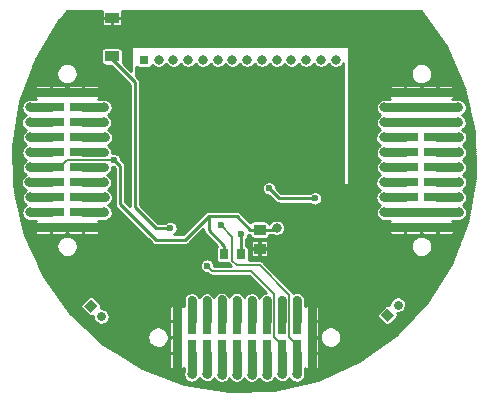
<source format=gbl>
G04 #@! TF.FileFunction,Copper,L2,Bot,Signal*
%FSLAX46Y46*%
G04 Gerber Fmt 4.6, Leading zero omitted, Abs format (unit mm)*
G04 Created by KiCad (PCBNEW 4.0.2+e4-6225~38~ubuntu14.04.1-stable) date Tue 28 Jun 2016 16:09:10 BST*
%MOMM*%
G01*
G04 APERTURE LIST*
%ADD10C,0.100000*%
%ADD11C,0.800000*%
%ADD12R,0.800000X0.800000*%
%ADD13O,0.800000X0.800000*%
%ADD14R,2.220000X0.740000*%
%ADD15R,0.740000X2.220000*%
%ADD16R,1.220000X0.910000*%
%ADD17R,0.750000X0.900000*%
%ADD18R,1.000000X0.950000*%
%ADD19C,0.600000*%
%ADD20C,0.800000*%
%ADD21C,0.700000*%
%ADD22C,0.200000*%
%ADD23C,0.740000*%
%ADD24C,0.280000*%
%ADD25C,0.250000*%
%ADD26C,0.220000*%
G04 APERTURE END LIST*
D10*
G36*
X112116117Y-113699568D02*
X111550432Y-113133883D01*
X112116117Y-112568198D01*
X112681802Y-113133883D01*
X112116117Y-113699568D01*
X112116117Y-113699568D01*
G37*
D11*
X113000000Y-112250000D02*
X113000000Y-112250000D01*
D10*
G36*
X86450432Y-112366117D02*
X87016117Y-111800432D01*
X87581802Y-112366117D01*
X87016117Y-112931802D01*
X86450432Y-112366117D01*
X86450432Y-112366117D01*
G37*
D11*
X87900000Y-113250000D02*
X87900000Y-113250000D01*
D12*
X91500000Y-91500000D03*
D13*
X92750000Y-91500000D03*
X94000000Y-91500000D03*
X95250000Y-91500000D03*
X96500000Y-91500000D03*
X97750000Y-91500000D03*
X99000000Y-91500000D03*
X100250000Y-91500000D03*
X101500000Y-91500000D03*
X102750000Y-91500000D03*
X104000000Y-91500000D03*
X105250000Y-91500000D03*
X106500000Y-91500000D03*
X107750000Y-91500000D03*
D14*
X83635000Y-94285000D03*
X86365000Y-94285000D03*
X83635000Y-95555000D03*
X86365000Y-95555000D03*
X83635000Y-96825000D03*
X86365000Y-96825000D03*
X83635000Y-98095000D03*
X86365000Y-98095000D03*
X83635000Y-99365000D03*
X86365000Y-99365000D03*
X83635000Y-100635000D03*
X86365000Y-100635000D03*
X83635000Y-101905000D03*
X86365000Y-101905000D03*
X83635000Y-103175000D03*
X86365000Y-103175000D03*
X83635000Y-104445000D03*
X86365000Y-104445000D03*
X83635000Y-105715000D03*
X86365000Y-105715000D03*
X113635000Y-94285000D03*
X116365000Y-94285000D03*
X113635000Y-95555000D03*
X116365000Y-95555000D03*
X113635000Y-96825000D03*
X116365000Y-96825000D03*
X113635000Y-98095000D03*
X116365000Y-98095000D03*
X113635000Y-99365000D03*
X116365000Y-99365000D03*
X113635000Y-100635000D03*
X116365000Y-100635000D03*
X113635000Y-101905000D03*
X116365000Y-101905000D03*
X113635000Y-103175000D03*
X116365000Y-103175000D03*
X113635000Y-104445000D03*
X116365000Y-104445000D03*
X113635000Y-105715000D03*
X116365000Y-105715000D03*
D15*
X94285000Y-116365000D03*
X94285000Y-113635000D03*
X95555000Y-116365000D03*
X95555000Y-113635000D03*
X96825000Y-116365000D03*
X96825000Y-113635000D03*
X98095000Y-116365000D03*
X98095000Y-113635000D03*
X99365000Y-116365000D03*
X99365000Y-113635000D03*
X100635000Y-116365000D03*
X100635000Y-113635000D03*
X101905000Y-116365000D03*
X101905000Y-113635000D03*
X103175000Y-116365000D03*
X103175000Y-113635000D03*
X104445000Y-116365000D03*
X104445000Y-113635000D03*
X105715000Y-116365000D03*
X105715000Y-113635000D03*
D16*
X88800000Y-87965000D03*
X88800000Y-91235000D03*
D17*
X98300000Y-108000000D03*
X99700000Y-108000000D03*
D18*
X101300000Y-105900001D03*
X101300000Y-107500001D03*
D19*
X103750000Y-107250000D03*
X96200000Y-107080000D03*
X102400000Y-101100000D03*
X100800000Y-102600000D03*
X100800000Y-104000000D03*
X99100000Y-104000000D03*
X97400000Y-104000000D03*
X97400000Y-102600000D03*
X99100000Y-102600000D03*
X99100000Y-101000000D03*
X97400000Y-101000000D03*
X92500000Y-97100000D03*
X105250000Y-97250000D03*
X91500000Y-95000000D03*
X93500000Y-99500000D03*
X93500000Y-99500000D03*
X92250000Y-104250000D03*
X107750000Y-99500000D03*
X107750000Y-97500000D03*
X106500000Y-95000000D03*
X104000000Y-95000000D03*
X101500000Y-95000000D03*
X99000000Y-95000000D03*
X96500000Y-95000000D03*
X94000000Y-95000000D03*
X95000000Y-99500000D03*
X117500000Y-92500000D03*
X112500000Y-92500000D03*
X115000000Y-90000000D03*
X112500000Y-90000000D03*
X110000000Y-90000000D03*
X110000000Y-92500000D03*
X110000000Y-95000000D03*
X110000000Y-97500000D03*
X110000000Y-100000000D03*
X107500000Y-102500000D03*
X110000000Y-102500000D03*
X110000000Y-105000000D03*
X107500000Y-105000000D03*
X117500000Y-107500000D03*
X112500000Y-107500000D03*
X115000000Y-110000000D03*
X110000000Y-115000000D03*
X107500000Y-117500000D03*
X107500000Y-112500000D03*
X82500000Y-107500000D03*
X87500000Y-110000000D03*
X92500000Y-112500000D03*
X92500000Y-117500000D03*
X92500000Y-107500000D03*
X95000000Y-110000000D03*
X90000000Y-115000000D03*
X85000000Y-110000000D03*
X87500000Y-107500000D03*
X90000000Y-106000000D03*
X90000000Y-97500000D03*
X90000000Y-95000000D03*
X90000000Y-90000000D03*
X87500000Y-90000000D03*
X85000000Y-90000000D03*
X82500000Y-92500000D03*
X87500000Y-92500000D03*
D20*
X118185000Y-94285000D03*
X118185000Y-105715000D03*
X111815000Y-105715000D03*
X111815000Y-94285000D03*
X94285000Y-111815000D03*
X105715000Y-111815000D03*
X105715000Y-118085000D03*
X94285000Y-118185000D03*
X88185000Y-94285000D03*
X88185000Y-105715000D03*
X81815000Y-105715000D03*
X81815000Y-94285000D03*
X102750000Y-105750000D03*
D19*
X88980000Y-100000000D03*
D20*
X81865000Y-100635000D03*
D19*
X106000000Y-103250000D03*
X102100000Y-102400000D03*
X93750000Y-105750000D03*
X96850000Y-108950000D03*
D20*
X103175000Y-118125000D03*
X96825000Y-118125000D03*
X98095000Y-118195000D03*
X99365000Y-118165000D03*
D19*
X98000000Y-105500000D03*
D20*
X104445000Y-118155000D03*
D19*
X99750000Y-106250000D03*
D20*
X81845000Y-95555000D03*
X88145000Y-95555000D03*
X81825000Y-96825000D03*
X88125000Y-96825000D03*
X81905000Y-98095000D03*
X88195000Y-98095000D03*
X81835000Y-99365000D03*
D21*
X88165000Y-99365000D03*
X88165000Y-100635000D03*
D20*
X81805000Y-101905000D03*
X88105000Y-101905000D03*
X81875000Y-103175000D03*
X88175000Y-103175000D03*
X81845000Y-104445000D03*
X88155000Y-104445000D03*
X118145000Y-95555000D03*
X111845000Y-95555000D03*
X118125000Y-96825000D03*
X111875000Y-96825000D03*
X111805000Y-98095000D03*
X118195000Y-98095000D03*
X111835000Y-99365000D03*
X118165000Y-99365000D03*
X111865000Y-100635000D03*
X118165000Y-100635000D03*
X111805000Y-101905000D03*
X118195000Y-101905000D03*
X111825000Y-103175000D03*
X118175000Y-103175000D03*
X118155000Y-104445000D03*
X111855000Y-104445000D03*
X95555000Y-118145000D03*
D21*
X95555000Y-111855000D03*
X96825000Y-111875000D03*
X98095000Y-111805000D03*
X99365000Y-111835000D03*
D20*
X100635000Y-118165000D03*
D21*
X100635000Y-111865000D03*
D20*
X101905000Y-118195000D03*
D21*
X101905000Y-111895000D03*
X103175000Y-111825000D03*
X104445000Y-111845000D03*
D22*
X99000000Y-104000000D02*
X100800000Y-104000000D01*
X97400000Y-102600000D02*
X97400000Y-104000000D01*
X99000000Y-101000000D02*
X99000000Y-102600000D01*
X97400000Y-101000000D02*
X99000000Y-101000000D01*
D23*
X113635000Y-94285000D02*
X116365000Y-94285000D01*
X83635000Y-94285000D02*
X81815000Y-94285000D01*
X86365000Y-94285000D02*
X83635000Y-94285000D01*
X88185000Y-94285000D02*
X86365000Y-94285000D01*
X86365000Y-105715000D02*
X88185000Y-105715000D01*
X83635000Y-105715000D02*
X86365000Y-105715000D01*
X81815000Y-105715000D02*
X83635000Y-105715000D01*
X94285000Y-116365000D02*
X94285000Y-113635000D01*
X94285000Y-116365000D02*
X94285000Y-118185000D01*
X94285000Y-111815000D02*
X94285000Y-113635000D01*
X105715000Y-116365000D02*
X105715000Y-118085000D01*
X105715000Y-113635000D02*
X105715000Y-116365000D01*
X105715000Y-113635000D02*
X105715000Y-111815000D01*
X113635000Y-105715000D02*
X111815000Y-105715000D01*
X116365000Y-105715000D02*
X113635000Y-105715000D01*
X118185000Y-105715000D02*
X116365000Y-105715000D01*
X118185000Y-94285000D02*
X116365000Y-94285000D01*
X111815000Y-94285000D02*
X113635000Y-94285000D01*
D24*
X98300000Y-108000000D02*
X98300000Y-107270000D01*
X98300000Y-107270000D02*
X97000000Y-105970000D01*
X97000000Y-105970000D02*
X97000000Y-104750000D01*
X101300000Y-105900001D02*
X102599999Y-105900001D01*
X102599999Y-105900001D02*
X102750000Y-105750000D01*
X97000000Y-104750000D02*
X99369999Y-104750000D01*
X99369999Y-104750000D02*
X100520000Y-105900001D01*
X100520000Y-105900001D02*
X101300000Y-105900001D01*
D22*
X83635000Y-100635000D02*
X84375000Y-100635000D01*
X84375000Y-100635000D02*
X85010000Y-100000000D01*
X85010000Y-100000000D02*
X88555736Y-100000000D01*
X88555736Y-100000000D02*
X88980000Y-100000000D01*
D24*
X96250000Y-105500000D02*
X96500000Y-105250000D01*
X95000000Y-106750000D02*
X96250000Y-105500000D01*
X96250000Y-105500000D02*
X97000000Y-104750000D01*
X89500000Y-103750000D02*
X89500000Y-100520000D01*
X89500000Y-100520000D02*
X88980000Y-100000000D01*
X92500000Y-106750000D02*
X89500000Y-103750000D01*
X95000000Y-106750000D02*
X92500000Y-106750000D01*
D23*
X81865000Y-100635000D02*
X83635000Y-100635000D01*
D25*
X102100000Y-102400000D02*
X102950000Y-103250000D01*
X102950000Y-103250000D02*
X103000000Y-103250000D01*
X106000000Y-103250000D02*
X103000000Y-103250000D01*
X90750000Y-103750000D02*
X90750000Y-93435000D01*
X92500000Y-105750000D02*
X90750000Y-104000000D01*
X93750000Y-105750000D02*
X92500000Y-105750000D01*
X90750000Y-104000000D02*
X90750000Y-103750000D01*
X88800000Y-91235000D02*
X88800000Y-91485000D01*
X88800000Y-91485000D02*
X90750000Y-93435000D01*
D22*
X96850000Y-108950000D02*
X97300000Y-109400000D01*
X97300000Y-109400000D02*
X100600000Y-109400000D01*
X103175000Y-115625000D02*
X103175000Y-116365000D01*
X100600000Y-109400000D02*
X102547999Y-111347999D01*
X102547999Y-111347999D02*
X102547999Y-114997999D01*
X102547999Y-114997999D02*
X103175000Y-115625000D01*
D23*
X103175000Y-116365000D02*
X103175000Y-118125000D01*
X96825000Y-116365000D02*
X96825000Y-118125000D01*
X98095000Y-116365000D02*
X98095000Y-118195000D01*
X99365000Y-116365000D02*
X99365000Y-118165000D01*
D22*
X98000000Y-105500000D02*
X99000000Y-106500000D01*
X99000000Y-108533602D02*
X99366398Y-108900000D01*
X99000000Y-106500000D02*
X99000000Y-108533602D01*
X99366398Y-108900000D02*
X101300000Y-108900000D01*
X104445000Y-115625000D02*
X104445000Y-116365000D01*
X101300000Y-108900000D02*
X103824990Y-111424990D01*
X103824990Y-111424990D02*
X103824990Y-113924990D01*
X103824999Y-115004999D02*
X104445000Y-115625000D01*
X103824990Y-113924990D02*
X103824999Y-113924999D01*
X103824999Y-113924999D02*
X103824999Y-115004999D01*
X104445000Y-115595000D02*
X104445000Y-116365000D01*
D23*
X104445000Y-118155000D02*
X104445000Y-116365000D01*
D25*
X99750000Y-108000000D02*
X99750000Y-106250000D01*
D23*
X81845000Y-95555000D02*
X83635000Y-95555000D01*
X88145000Y-95555000D02*
X86365000Y-95555000D01*
X82275000Y-96825000D02*
X81825000Y-96825000D01*
X83635000Y-96825000D02*
X82275000Y-96825000D01*
X88125000Y-96825000D02*
X86365000Y-96825000D01*
X81905000Y-98095000D02*
X83635000Y-98095000D01*
X86365000Y-98095000D02*
X88195000Y-98095000D01*
X83635000Y-99365000D02*
X81835000Y-99365000D01*
X88165000Y-99365000D02*
X86365000Y-99365000D01*
X86365000Y-100635000D02*
X88165000Y-100635000D01*
X82405000Y-101905000D02*
X81805000Y-101905000D01*
X83635000Y-101905000D02*
X82405000Y-101905000D01*
X88105000Y-101905000D02*
X86365000Y-101905000D01*
X81875000Y-103175000D02*
X83635000Y-103175000D01*
X86365000Y-103175000D02*
X88175000Y-103175000D01*
X83635000Y-104445000D02*
X81845000Y-104445000D01*
X88155000Y-104445000D02*
X86365000Y-104445000D01*
X116365000Y-95555000D02*
X113635000Y-95555000D01*
X116365000Y-95555000D02*
X118145000Y-95555000D01*
X111845000Y-95555000D02*
X113635000Y-95555000D01*
X113635000Y-96825000D02*
X116365000Y-96825000D01*
X118125000Y-96825000D02*
X116365000Y-96825000D01*
X113635000Y-96825000D02*
X111875000Y-96825000D01*
X111805000Y-98095000D02*
X113635000Y-98095000D01*
X116365000Y-98095000D02*
X118195000Y-98095000D01*
X111835000Y-99365000D02*
X113635000Y-99365000D01*
X118165000Y-99365000D02*
X116365000Y-99365000D01*
X113635000Y-100635000D02*
X111865000Y-100635000D01*
X116365000Y-100635000D02*
X118165000Y-100635000D01*
X111805000Y-101905000D02*
X113635000Y-101905000D01*
X116365000Y-101905000D02*
X118195000Y-101905000D01*
X113635000Y-103175000D02*
X111825000Y-103175000D01*
X118175000Y-103175000D02*
X116365000Y-103175000D01*
X116365000Y-104445000D02*
X113635000Y-104445000D01*
X117455000Y-104445000D02*
X118155000Y-104445000D01*
X116365000Y-104445000D02*
X117455000Y-104445000D01*
X111855000Y-104445000D02*
X113635000Y-104445000D01*
X95555000Y-118145000D02*
X95555000Y-116365000D01*
X95555000Y-111855000D02*
X95555000Y-113635000D01*
X96825000Y-113635000D02*
X96825000Y-111875000D01*
X98095000Y-111805000D02*
X98095000Y-113635000D01*
X99365000Y-111835000D02*
X99365000Y-113635000D01*
X100635000Y-118165000D02*
X100635000Y-116365000D01*
X100635000Y-113635000D02*
X100635000Y-111865000D01*
X101905000Y-118195000D02*
X101905000Y-116365000D01*
X101905000Y-111895000D02*
X101905000Y-113635000D01*
X103175000Y-111825000D02*
X103175000Y-113635000D01*
X104445000Y-111845000D02*
X104445000Y-113635000D01*
D26*
X84984461Y-87385000D02*
X87960823Y-87385000D01*
X89639177Y-87385000D02*
X114999322Y-87385000D01*
X84848420Y-87554200D02*
X87930000Y-87554200D01*
X89670000Y-87554200D02*
X115117529Y-87554200D01*
X84712380Y-87723400D02*
X87930000Y-87723400D01*
X89670000Y-87723400D02*
X115235737Y-87723400D01*
X84576339Y-87892600D02*
X87932600Y-87892600D01*
X89667400Y-87892600D02*
X115353944Y-87892600D01*
X84440299Y-88061800D02*
X87930000Y-88061800D01*
X88790000Y-88061800D02*
X88810000Y-88061800D01*
X89670000Y-88061800D02*
X115472152Y-88061800D01*
X84316338Y-88231000D02*
X87930000Y-88231000D01*
X88790000Y-88231000D02*
X88810000Y-88231000D01*
X89670000Y-88231000D02*
X115590359Y-88231000D01*
X84212811Y-88400200D02*
X87930000Y-88400200D01*
X88790000Y-88400200D02*
X88810000Y-88400200D01*
X89670000Y-88400200D02*
X115708567Y-88400200D01*
X84109284Y-88569400D02*
X87977126Y-88569400D01*
X88790000Y-88569400D02*
X88810000Y-88569400D01*
X89622873Y-88569400D02*
X115826774Y-88569400D01*
X84005757Y-88738600D02*
X115944982Y-88738600D01*
X83902231Y-88907800D02*
X116063189Y-88907800D01*
X83798704Y-89077000D02*
X116181397Y-89077000D01*
X83695177Y-89246200D02*
X116299604Y-89246200D01*
X83591650Y-89415400D02*
X116417812Y-89415400D01*
X83488123Y-89584600D02*
X116536019Y-89584600D01*
X83384596Y-89753800D02*
X116654227Y-89753800D01*
X83281069Y-89923000D02*
X116772434Y-89923000D01*
X83177542Y-90092200D02*
X116890642Y-90092200D01*
X83074015Y-90261400D02*
X117008849Y-90261400D01*
X82970488Y-90430600D02*
X90416844Y-90430600D01*
X108833547Y-90430600D02*
X117116417Y-90430600D01*
X82866961Y-90599800D02*
X87938368Y-90599800D01*
X89660594Y-90599800D02*
X90390000Y-90599800D01*
X108860000Y-90599800D02*
X117190828Y-90599800D01*
X82763434Y-90769000D02*
X87880065Y-90769000D01*
X89720622Y-90769000D02*
X90390000Y-90769000D01*
X108860000Y-90769000D02*
X117265240Y-90769000D01*
X82659907Y-90938200D02*
X87878501Y-90938200D01*
X89721499Y-90938200D02*
X90390000Y-90938200D01*
X108860000Y-90938200D02*
X117339651Y-90938200D01*
X82556380Y-91107400D02*
X87878501Y-91107400D01*
X89721499Y-91107400D02*
X90390000Y-91107400D01*
X108860000Y-91107400D02*
X117414063Y-91107400D01*
X82452853Y-91276600D02*
X87878501Y-91276600D01*
X89721499Y-91276600D02*
X90390000Y-91276600D01*
X108860000Y-91276600D02*
X117488474Y-91276600D01*
X82349627Y-91445800D02*
X87878501Y-91445800D01*
X89721499Y-91445800D02*
X90390000Y-91445800D01*
X108860000Y-91445800D02*
X117562886Y-91445800D01*
X82287170Y-91615000D02*
X87878501Y-91615000D01*
X89721499Y-91615000D02*
X90390000Y-91615000D01*
X108860000Y-91615000D02*
X117637297Y-91615000D01*
X82224712Y-91784200D02*
X87896321Y-91784200D01*
X89714383Y-91784200D02*
X90390000Y-91784200D01*
X108860000Y-91784200D02*
X117711709Y-91784200D01*
X82162254Y-91953400D02*
X84471305Y-91953400D01*
X85527948Y-91953400D02*
X88023873Y-91953400D01*
X89883583Y-91953400D02*
X90390000Y-91953400D01*
X92203910Y-91953400D02*
X92204426Y-91953400D01*
X93295415Y-91953400D02*
X93454425Y-91953400D01*
X94545415Y-91953400D02*
X94704425Y-91953400D01*
X95795415Y-91953400D02*
X95954425Y-91953400D01*
X97045415Y-91953400D02*
X97204425Y-91953400D01*
X98295415Y-91953400D02*
X98454425Y-91953400D01*
X99545415Y-91953400D02*
X99704425Y-91953400D01*
X100795415Y-91953400D02*
X100954425Y-91953400D01*
X102045415Y-91953400D02*
X102204425Y-91953400D01*
X103295415Y-91953400D02*
X103454425Y-91953400D01*
X104545415Y-91953400D02*
X104704425Y-91953400D01*
X105795415Y-91953400D02*
X105954425Y-91953400D01*
X107045415Y-91953400D02*
X107204425Y-91953400D01*
X108295415Y-91953400D02*
X108390000Y-91953400D01*
X108860000Y-91953400D02*
X114471305Y-91953400D01*
X115527948Y-91953400D02*
X117786120Y-91953400D01*
X82099797Y-92122600D02*
X84289006Y-92122600D01*
X85712286Y-92122600D02*
X88822417Y-92122600D01*
X90052783Y-92122600D02*
X90390000Y-92122600D01*
X90860000Y-92122600D02*
X90885736Y-92122600D01*
X92115495Y-92122600D02*
X92412321Y-92122600D01*
X93087615Y-92122600D02*
X93662321Y-92122600D01*
X94337615Y-92122600D02*
X94912321Y-92122600D01*
X95587615Y-92122600D02*
X96162321Y-92122600D01*
X96837615Y-92122600D02*
X97412321Y-92122600D01*
X98087615Y-92122600D02*
X98662321Y-92122600D01*
X99337615Y-92122600D02*
X99912321Y-92122600D01*
X100587615Y-92122600D02*
X101162321Y-92122600D01*
X101837615Y-92122600D02*
X102412321Y-92122600D01*
X103087615Y-92122600D02*
X103662321Y-92122600D01*
X104337615Y-92122600D02*
X104912321Y-92122600D01*
X105587615Y-92122600D02*
X106162321Y-92122600D01*
X106837615Y-92122600D02*
X107412321Y-92122600D01*
X108087615Y-92122600D02*
X108390000Y-92122600D01*
X108860000Y-92122600D02*
X114289006Y-92122600D01*
X115712286Y-92122600D02*
X117860532Y-92122600D01*
X82037339Y-92291800D02*
X84182709Y-92291800D01*
X85818122Y-92291800D02*
X88991617Y-92291800D01*
X90221983Y-92291800D02*
X90390000Y-92291800D01*
X90860000Y-92291800D02*
X108390000Y-92291800D01*
X108860000Y-92291800D02*
X114182709Y-92291800D01*
X115818122Y-92291800D02*
X117934944Y-92291800D01*
X81974881Y-92461000D02*
X84119369Y-92461000D01*
X85881374Y-92461000D02*
X89160817Y-92461000D01*
X90860000Y-92461000D02*
X108390000Y-92461000D01*
X108860000Y-92461000D02*
X114119369Y-92461000D01*
X115881374Y-92461000D02*
X118009355Y-92461000D01*
X81912424Y-92630200D02*
X84090778Y-92630200D01*
X85909697Y-92630200D02*
X89330017Y-92630200D01*
X90860000Y-92630200D02*
X108390000Y-92630200D01*
X108860000Y-92630200D02*
X114090778Y-92630200D01*
X115909697Y-92630200D02*
X118083767Y-92630200D01*
X81849966Y-92799400D02*
X84093921Y-92799400D01*
X85907335Y-92799400D02*
X89499217Y-92799400D01*
X90860000Y-92799400D02*
X108390000Y-92799400D01*
X108860000Y-92799400D02*
X114093921Y-92799400D01*
X115907335Y-92799400D02*
X118158178Y-92799400D01*
X81787509Y-92968600D02*
X84129553Y-92968600D01*
X85871069Y-92968600D02*
X89668417Y-92968600D01*
X90898783Y-92968600D02*
X108390000Y-92968600D01*
X108860000Y-92968600D02*
X114129553Y-92968600D01*
X115871069Y-92968600D02*
X118232590Y-92968600D01*
X81725051Y-93137800D02*
X84202715Y-93137800D01*
X85799014Y-93137800D02*
X89837617Y-93137800D01*
X91066700Y-93137800D02*
X108390000Y-93137800D01*
X108860000Y-93137800D02*
X114202715Y-93137800D01*
X115799014Y-93137800D02*
X118307001Y-93137800D01*
X81662593Y-93307000D02*
X84325898Y-93307000D01*
X85676961Y-93307000D02*
X90006817Y-93307000D01*
X91163637Y-93307000D02*
X108390000Y-93307000D01*
X108860000Y-93307000D02*
X114325898Y-93307000D01*
X115676961Y-93307000D02*
X118381413Y-93307000D01*
X81600136Y-93476200D02*
X84529435Y-93476200D01*
X85467408Y-93476200D02*
X90176017Y-93476200D01*
X91185000Y-93476200D02*
X108390000Y-93476200D01*
X108860000Y-93476200D02*
X114529435Y-93476200D01*
X115467408Y-93476200D02*
X118455824Y-93476200D01*
X81537678Y-93645400D02*
X90315000Y-93645400D01*
X91185000Y-93645400D02*
X108390000Y-93645400D01*
X108860000Y-93645400D02*
X118530236Y-93645400D01*
X81475221Y-93814600D02*
X82285166Y-93814600D01*
X83625000Y-93814600D02*
X83645000Y-93814600D01*
X84984835Y-93814600D02*
X85015166Y-93814600D01*
X86355000Y-93814600D02*
X86375000Y-93814600D01*
X87714835Y-93814600D02*
X90315000Y-93814600D01*
X91185000Y-93814600D02*
X108390000Y-93814600D01*
X108860000Y-93814600D02*
X112285166Y-93814600D01*
X113625000Y-93814600D02*
X113645000Y-93814600D01*
X114984835Y-93814600D02*
X115015166Y-93814600D01*
X116355000Y-93814600D02*
X116375000Y-93814600D01*
X117714835Y-93814600D02*
X118604647Y-93814600D01*
X81412763Y-93983800D02*
X82265000Y-93983800D01*
X83625000Y-93983800D02*
X83645000Y-93983800D01*
X86355000Y-93983800D02*
X86375000Y-93983800D01*
X87735000Y-93983800D02*
X90315000Y-93983800D01*
X91185000Y-93983800D02*
X108390000Y-93983800D01*
X108860000Y-93983800D02*
X112265000Y-93983800D01*
X113625000Y-93983800D02*
X113645000Y-93983800D01*
X116355000Y-93983800D02*
X116375000Y-93983800D01*
X117735000Y-93983800D02*
X118659453Y-93983800D01*
X81350306Y-94153000D02*
X82265000Y-94153000D01*
X83625000Y-94153000D02*
X83645000Y-94153000D01*
X86355000Y-94153000D02*
X86375000Y-94153000D01*
X87735000Y-94153000D02*
X90315000Y-94153000D01*
X91185000Y-94153000D02*
X108390000Y-94153000D01*
X108860000Y-94153000D02*
X112265000Y-94153000D01*
X113625000Y-94153000D02*
X113645000Y-94153000D01*
X116355000Y-94153000D02*
X116375000Y-94153000D01*
X117735000Y-94153000D02*
X118697085Y-94153000D01*
X81287848Y-94322200D02*
X82302800Y-94322200D01*
X84967200Y-94322200D02*
X85032800Y-94322200D01*
X87697200Y-94322200D02*
X90315000Y-94322200D01*
X91185000Y-94322200D02*
X108390000Y-94322200D01*
X108860000Y-94322200D02*
X112302800Y-94322200D01*
X114967200Y-94322200D02*
X115032800Y-94322200D01*
X117697200Y-94322200D02*
X118734717Y-94322200D01*
X81225391Y-94491400D02*
X82265000Y-94491400D01*
X87735000Y-94491400D02*
X90315000Y-94491400D01*
X91185000Y-94491400D02*
X108390000Y-94491400D01*
X108860000Y-94491400D02*
X112265000Y-94491400D01*
X117735000Y-94491400D02*
X118772349Y-94491400D01*
X81162933Y-94660600D02*
X82265000Y-94660600D01*
X87735000Y-94660600D02*
X90315000Y-94660600D01*
X91185000Y-94660600D02*
X108390000Y-94660600D01*
X108860000Y-94660600D02*
X112265000Y-94660600D01*
X117735000Y-94660600D02*
X118809981Y-94660600D01*
X81100475Y-94829800D02*
X82332104Y-94829800D01*
X87667895Y-94829800D02*
X90315000Y-94829800D01*
X91185000Y-94829800D02*
X108390000Y-94829800D01*
X108860000Y-94829800D02*
X112332104Y-94829800D01*
X117667895Y-94829800D02*
X118847613Y-94829800D01*
X81038018Y-94999000D02*
X81397952Y-94999000D01*
X88590438Y-94999000D02*
X90315000Y-94999000D01*
X91185000Y-94999000D02*
X108390000Y-94999000D01*
X108860000Y-94999000D02*
X111397952Y-94999000D01*
X118590438Y-94999000D02*
X118885245Y-94999000D01*
X81003338Y-95168200D02*
X81249324Y-95168200D01*
X88740469Y-95168200D02*
X90315000Y-95168200D01*
X91185000Y-95168200D02*
X108390000Y-95168200D01*
X108860000Y-95168200D02*
X111249324Y-95168200D01*
X118740469Y-95168200D02*
X118922877Y-95168200D01*
X80976355Y-95337400D02*
X81165766Y-95337400D01*
X88823289Y-95337400D02*
X90315000Y-95337400D01*
X91185000Y-95337400D02*
X108390000Y-95337400D01*
X108860000Y-95337400D02*
X111165766Y-95337400D01*
X118823289Y-95337400D02*
X118960509Y-95337400D01*
X80949372Y-95506600D02*
X81135577Y-95506600D01*
X88854733Y-95506600D02*
X90315000Y-95506600D01*
X91185000Y-95506600D02*
X108390000Y-95506600D01*
X108860000Y-95506600D02*
X111135577Y-95506600D01*
X118854733Y-95506600D02*
X118998141Y-95506600D01*
X80922389Y-95675800D02*
X81145281Y-95675800D01*
X88845678Y-95675800D02*
X90315000Y-95675800D01*
X91185000Y-95675800D02*
X108390000Y-95675800D01*
X108860000Y-95675800D02*
X111145281Y-95675800D01*
X118845678Y-95675800D02*
X119035773Y-95675800D01*
X80895406Y-95845000D02*
X81196162Y-95845000D01*
X88793108Y-95845000D02*
X90315000Y-95845000D01*
X91185000Y-95845000D02*
X108390000Y-95845000D01*
X108860000Y-95845000D02*
X111196162Y-95845000D01*
X118793108Y-95845000D02*
X119073406Y-95845000D01*
X80868423Y-96014200D02*
X81301386Y-96014200D01*
X88689985Y-96014200D02*
X90315000Y-96014200D01*
X91185000Y-96014200D02*
X108390000Y-96014200D01*
X108860000Y-96014200D02*
X111301386Y-96014200D01*
X118689985Y-96014200D02*
X119111038Y-96014200D01*
X80841440Y-96183400D02*
X81509823Y-96183400D01*
X88479911Y-96183400D02*
X90315000Y-96183400D01*
X91185000Y-96183400D02*
X108390000Y-96183400D01*
X108860000Y-96183400D02*
X111509823Y-96183400D01*
X118479911Y-96183400D02*
X119148670Y-96183400D01*
X80814457Y-96352600D02*
X81292583Y-96352600D01*
X88656535Y-96352600D02*
X90315000Y-96352600D01*
X91185000Y-96352600D02*
X108390000Y-96352600D01*
X108860000Y-96352600D02*
X111342583Y-96352600D01*
X118656535Y-96352600D02*
X119186302Y-96352600D01*
X80787474Y-96521800D02*
X81182454Y-96521800D01*
X88768007Y-96521800D02*
X90315000Y-96521800D01*
X91185000Y-96521800D02*
X108390000Y-96521800D01*
X108860000Y-96521800D02*
X111232454Y-96521800D01*
X118768007Y-96521800D02*
X119223934Y-96521800D01*
X80760491Y-96691000D02*
X81127590Y-96691000D01*
X88822283Y-96691000D02*
X90315000Y-96691000D01*
X91185000Y-96691000D02*
X108390000Y-96691000D01*
X108860000Y-96691000D02*
X111177590Y-96691000D01*
X118822283Y-96691000D02*
X119261566Y-96691000D01*
X80733509Y-96860200D02*
X81114410Y-96860200D01*
X88833566Y-96860200D02*
X90315000Y-96860200D01*
X91185000Y-96860200D02*
X108390000Y-96860200D01*
X108860000Y-96860200D02*
X111164410Y-96860200D01*
X118833566Y-96860200D02*
X119299198Y-96860200D01*
X80706526Y-97029400D02*
X81142270Y-97029400D01*
X88806685Y-97029400D02*
X90315000Y-97029400D01*
X91185000Y-97029400D02*
X108390000Y-97029400D01*
X108860000Y-97029400D02*
X111192270Y-97029400D01*
X118806685Y-97029400D02*
X119336830Y-97029400D01*
X80679543Y-97198600D02*
X81221064Y-97198600D01*
X88730369Y-97198600D02*
X90315000Y-97198600D01*
X91185000Y-97198600D02*
X108390000Y-97198600D01*
X108860000Y-97198600D02*
X111271064Y-97198600D01*
X118730369Y-97198600D02*
X119374462Y-97198600D01*
X80652560Y-97367800D02*
X81362118Y-97367800D01*
X88584599Y-97367800D02*
X90315000Y-97367800D01*
X91185000Y-97367800D02*
X108390000Y-97367800D01*
X108860000Y-97367800D02*
X111412118Y-97367800D01*
X118584599Y-97367800D02*
X119412094Y-97367800D01*
X80625577Y-97537000D02*
X81461005Y-97537000D01*
X88637473Y-97537000D02*
X90315000Y-97537000D01*
X91185000Y-97537000D02*
X108390000Y-97537000D01*
X108860000Y-97537000D02*
X111361005Y-97537000D01*
X118637473Y-97537000D02*
X119449726Y-97537000D01*
X80598594Y-97706200D02*
X81310693Y-97706200D01*
X88789140Y-97706200D02*
X90315000Y-97706200D01*
X91185000Y-97706200D02*
X108390000Y-97706200D01*
X108860000Y-97706200D02*
X111210693Y-97706200D01*
X118789140Y-97706200D02*
X119472254Y-97706200D01*
X80571611Y-97875400D02*
X81226623Y-97875400D01*
X88872465Y-97875400D02*
X90315000Y-97875400D01*
X91185000Y-97875400D02*
X108390000Y-97875400D01*
X108860000Y-97875400D02*
X111126623Y-97875400D01*
X118872465Y-97875400D02*
X119476209Y-97875400D01*
X80544628Y-98044600D02*
X81195605Y-98044600D01*
X88904761Y-98044600D02*
X90315000Y-98044600D01*
X91185000Y-98044600D02*
X108390000Y-98044600D01*
X108860000Y-98044600D02*
X111095605Y-98044600D01*
X118904761Y-98044600D02*
X119480164Y-98044600D01*
X80517645Y-98213800D02*
X81204914Y-98213800D01*
X88896133Y-98213800D02*
X90315000Y-98213800D01*
X91185000Y-98213800D02*
X108390000Y-98213800D01*
X108860000Y-98213800D02*
X111104914Y-98213800D01*
X118896133Y-98213800D02*
X119484120Y-98213800D01*
X80490662Y-98383000D02*
X81255370Y-98383000D01*
X88843998Y-98383000D02*
X90315000Y-98383000D01*
X91185000Y-98383000D02*
X108390000Y-98383000D01*
X108860000Y-98383000D02*
X111155370Y-98383000D01*
X118843998Y-98383000D02*
X119488075Y-98383000D01*
X80463680Y-98552200D02*
X81359454Y-98552200D01*
X88741396Y-98552200D02*
X90315000Y-98552200D01*
X91185000Y-98552200D02*
X108390000Y-98552200D01*
X108860000Y-98552200D02*
X111259454Y-98552200D01*
X118741396Y-98552200D02*
X119492030Y-98552200D01*
X80436697Y-98721400D02*
X81532563Y-98721400D01*
X88533062Y-98721400D02*
X90315000Y-98721400D01*
X91185000Y-98721400D02*
X108390000Y-98721400D01*
X108860000Y-98721400D02*
X111465245Y-98721400D01*
X118533062Y-98721400D02*
X119495986Y-98721400D01*
X80424405Y-98890600D02*
X81304625Y-98890600D01*
X88651944Y-98890600D02*
X90315000Y-98890600D01*
X91185000Y-98890600D02*
X108390000Y-98890600D01*
X108860000Y-98890600D02*
X111304625Y-98890600D01*
X118694549Y-98890600D02*
X119499941Y-98890600D01*
X80430726Y-99059800D02*
X81193311Y-99059800D01*
X88769102Y-99059800D02*
X90315000Y-99059800D01*
X91185000Y-99059800D02*
X108390000Y-99059800D01*
X108860000Y-99059800D02*
X111193311Y-99059800D01*
X118807183Y-99059800D02*
X119503897Y-99059800D01*
X80437046Y-99229000D02*
X81138015Y-99229000D01*
X88830430Y-99229000D02*
X90315000Y-99229000D01*
X91185000Y-99229000D02*
X108390000Y-99229000D01*
X108860000Y-99229000D02*
X111138015Y-99229000D01*
X118861887Y-99229000D02*
X119507852Y-99229000D01*
X80443366Y-99398200D02*
X81124438Y-99398200D01*
X88841992Y-99398200D02*
X88879212Y-99398200D01*
X89082042Y-99398200D02*
X90315000Y-99398200D01*
X91185000Y-99398200D02*
X108390000Y-99398200D01*
X108860000Y-99398200D02*
X111124438Y-99398200D01*
X118873594Y-99398200D02*
X119511807Y-99398200D01*
X80449686Y-99567400D02*
X81151478Y-99567400D01*
X89410123Y-99567400D02*
X90315000Y-99567400D01*
X91185000Y-99567400D02*
X108390000Y-99567400D01*
X108860000Y-99567400D02*
X111151478Y-99567400D01*
X118847139Y-99567400D02*
X119515763Y-99567400D01*
X80456006Y-99736600D02*
X81229775Y-99736600D01*
X89531247Y-99736600D02*
X90315000Y-99736600D01*
X91185000Y-99736600D02*
X108390000Y-99736600D01*
X108860000Y-99736600D02*
X111229775Y-99736600D01*
X118771780Y-99736600D02*
X119519718Y-99736600D01*
X80462326Y-99905800D02*
X81370187Y-99905800D01*
X89583219Y-99905800D02*
X90315000Y-99905800D01*
X91185000Y-99905800D02*
X108390000Y-99905800D01*
X108860000Y-99905800D02*
X111370187Y-99905800D01*
X118626700Y-99905800D02*
X119523674Y-99905800D01*
X80468646Y-100075000D02*
X81424061Y-100075000D01*
X89691396Y-100075000D02*
X90315000Y-100075000D01*
X91185000Y-100075000D02*
X108390000Y-100075000D01*
X108860000Y-100075000D02*
X111424061Y-100075000D01*
X118604507Y-100075000D02*
X119527629Y-100075000D01*
X80474966Y-100244200D02*
X81272063Y-100244200D01*
X89852979Y-100244200D02*
X90315000Y-100244200D01*
X91185000Y-100244200D02*
X108390000Y-100244200D01*
X108860000Y-100244200D02*
X111272063Y-100244200D01*
X118757812Y-100244200D02*
X119531584Y-100244200D01*
X80481286Y-100413400D02*
X81187480Y-100413400D01*
X89935635Y-100413400D02*
X90315000Y-100413400D01*
X91185000Y-100413400D02*
X108390000Y-100413400D01*
X108860000Y-100413400D02*
X111187480Y-100413400D01*
X118841640Y-100413400D02*
X119535540Y-100413400D01*
X80487606Y-100582600D02*
X81155633Y-100582600D01*
X89950000Y-100582600D02*
X90315000Y-100582600D01*
X91185000Y-100582600D02*
X108390000Y-100582600D01*
X108860000Y-100582600D02*
X111155633Y-100582600D01*
X118874789Y-100582600D02*
X119539495Y-100582600D01*
X80493926Y-100751800D02*
X81164546Y-100751800D01*
X88833205Y-100751800D02*
X89050000Y-100751800D01*
X89950000Y-100751800D02*
X90315000Y-100751800D01*
X91185000Y-100751800D02*
X108390000Y-100751800D01*
X108860000Y-100751800D02*
X111164546Y-100751800D01*
X118866587Y-100751800D02*
X119543450Y-100751800D01*
X80500246Y-100921000D02*
X81214578Y-100921000D01*
X88779707Y-100921000D02*
X89050000Y-100921000D01*
X89950000Y-100921000D02*
X90315000Y-100921000D01*
X91185000Y-100921000D02*
X108390000Y-100921000D01*
X108860000Y-100921000D02*
X111214578Y-100921000D01*
X118814888Y-100921000D02*
X119547406Y-100921000D01*
X80506567Y-101090200D02*
X81317523Y-101090200D01*
X88666742Y-101090200D02*
X89050000Y-101090200D01*
X89950000Y-101090200D02*
X90315000Y-101090200D01*
X91185000Y-101090200D02*
X108390000Y-101090200D01*
X108860000Y-101090200D02*
X111317523Y-101090200D01*
X118712807Y-101090200D02*
X119551361Y-101090200D01*
X80512887Y-101259400D02*
X81507513Y-101259400D01*
X88432198Y-101259400D02*
X89050000Y-101259400D01*
X89950000Y-101259400D02*
X90315000Y-101259400D01*
X91185000Y-101259400D02*
X108390000Y-101259400D01*
X108860000Y-101259400D02*
X111507513Y-101259400D01*
X118506213Y-101259400D02*
X119555317Y-101259400D01*
X80519207Y-101428600D02*
X81276668Y-101428600D01*
X88632563Y-101428600D02*
X89050000Y-101428600D01*
X89950000Y-101428600D02*
X90315000Y-101428600D01*
X91185000Y-101428600D02*
X108390000Y-101428600D01*
X108860000Y-101428600D02*
X111276668Y-101428600D01*
X118722563Y-101428600D02*
X119559272Y-101428600D01*
X80525527Y-101597800D02*
X81164169Y-101597800D01*
X88746359Y-101597800D02*
X89050000Y-101597800D01*
X89950000Y-101597800D02*
X90315000Y-101597800D01*
X91185000Y-101597800D02*
X108390000Y-101597800D01*
X108860000Y-101597800D02*
X111164169Y-101597800D01*
X118836359Y-101597800D02*
X119535518Y-101597800D01*
X80531847Y-101767000D02*
X81108440Y-101767000D01*
X88801491Y-101767000D02*
X89050000Y-101767000D01*
X89950000Y-101767000D02*
X90315000Y-101767000D01*
X91185000Y-101767000D02*
X108390000Y-101767000D01*
X108860000Y-101767000D02*
X111108440Y-101767000D01*
X118891491Y-101767000D02*
X119506107Y-101767000D01*
X80538167Y-101936200D02*
X81094465Y-101936200D01*
X88813622Y-101936200D02*
X89050000Y-101936200D01*
X89950000Y-101936200D02*
X90315000Y-101936200D01*
X91185000Y-101936200D02*
X101701731Y-101936200D01*
X102499140Y-101936200D02*
X108390000Y-101936200D01*
X108860000Y-101936200D02*
X111094465Y-101936200D01*
X118903622Y-101936200D02*
X119476696Y-101936200D01*
X80544487Y-102105400D02*
X81120687Y-102105400D01*
X88787594Y-102105400D02*
X89050000Y-102105400D01*
X89950000Y-102105400D02*
X90315000Y-102105400D01*
X91185000Y-102105400D02*
X101562570Y-102105400D01*
X102636663Y-102105400D02*
X108477283Y-102105400D01*
X108774446Y-102105400D02*
X111120687Y-102105400D01*
X118877594Y-102105400D02*
X119447285Y-102105400D01*
X80550807Y-102274600D02*
X81198486Y-102274600D01*
X88713191Y-102274600D02*
X89050000Y-102274600D01*
X89950000Y-102274600D02*
X90315000Y-102274600D01*
X91185000Y-102274600D02*
X101503000Y-102274600D01*
X102697041Y-102274600D02*
X111198486Y-102274600D01*
X118803191Y-102274600D02*
X119417874Y-102274600D01*
X80557127Y-102443800D02*
X81338255Y-102443800D01*
X88568800Y-102443800D02*
X89050000Y-102443800D01*
X89950000Y-102443800D02*
X90315000Y-102443800D01*
X91185000Y-102443800D02*
X101489303Y-102443800D01*
X102758983Y-102443800D02*
X111338255Y-102443800D01*
X118658800Y-102443800D02*
X119388463Y-102443800D01*
X80563447Y-102613000D02*
X81437118Y-102613000D01*
X88611542Y-102613000D02*
X89050000Y-102613000D01*
X89950000Y-102613000D02*
X90315000Y-102613000D01*
X91185000Y-102613000D02*
X101528232Y-102613000D01*
X102928183Y-102613000D02*
X111387118Y-102613000D01*
X118611542Y-102613000D02*
X119359052Y-102613000D01*
X80597911Y-102782200D02*
X81283432Y-102782200D01*
X88766483Y-102782200D02*
X89050000Y-102782200D01*
X89950000Y-102782200D02*
X90315000Y-102782200D01*
X91185000Y-102782200D02*
X101621049Y-102782200D01*
X103097383Y-102782200D02*
X105605816Y-102782200D01*
X106395167Y-102782200D02*
X111233432Y-102782200D01*
X118766483Y-102782200D02*
X119329641Y-102782200D01*
X80638030Y-102951400D02*
X81198337Y-102951400D01*
X88850816Y-102951400D02*
X89050000Y-102951400D01*
X89950000Y-102951400D02*
X90315000Y-102951400D01*
X91185000Y-102951400D02*
X101838367Y-102951400D01*
X106534005Y-102951400D02*
X111148337Y-102951400D01*
X118850816Y-102951400D02*
X119300230Y-102951400D01*
X80678150Y-103120600D02*
X81165661Y-103120600D01*
X88884817Y-103120600D02*
X89050000Y-103120600D01*
X89950000Y-103120600D02*
X90315000Y-103120600D01*
X91185000Y-103120600D02*
X102205417Y-103120600D01*
X106596249Y-103120600D02*
X111115661Y-103120600D01*
X118884817Y-103120600D02*
X119270819Y-103120600D01*
X80718269Y-103289800D02*
X81174179Y-103289800D01*
X88877042Y-103289800D02*
X89050000Y-103289800D01*
X89950000Y-103289800D02*
X90315000Y-103289800D01*
X91185000Y-103289800D02*
X102374617Y-103289800D01*
X106608635Y-103289800D02*
X111124179Y-103289800D01*
X118877042Y-103289800D02*
X119241408Y-103289800D01*
X80758388Y-103459000D02*
X81223786Y-103459000D01*
X88825779Y-103459000D02*
X89050000Y-103459000D01*
X89950000Y-103459000D02*
X90315000Y-103459000D01*
X91185000Y-103459000D02*
X102543817Y-103459000D01*
X106574704Y-103459000D02*
X111173786Y-103459000D01*
X118825779Y-103459000D02*
X119211997Y-103459000D01*
X80798508Y-103628200D02*
X81325592Y-103628200D01*
X88724218Y-103628200D02*
X89050000Y-103628200D01*
X90014596Y-103628200D02*
X90315000Y-103628200D01*
X91185000Y-103628200D02*
X102739197Y-103628200D01*
X106479743Y-103628200D02*
X111275592Y-103628200D01*
X118724218Y-103628200D02*
X119182586Y-103628200D01*
X80838627Y-103797400D02*
X81526407Y-103797400D01*
X88519365Y-103797400D02*
X89054583Y-103797400D01*
X90183796Y-103797400D02*
X90315000Y-103797400D01*
X91185000Y-103797400D02*
X105729212Y-103797400D01*
X106275623Y-103797400D02*
X111476407Y-103797400D01*
X118519365Y-103797400D02*
X119153175Y-103797400D01*
X80878746Y-103966600D02*
X81318710Y-103966600D01*
X88680577Y-103966600D02*
X89107832Y-103966600D01*
X91331783Y-103966600D02*
X111328710Y-103966600D01*
X118680577Y-103966600D02*
X119123764Y-103966600D01*
X80918865Y-104135800D02*
X81205026Y-104135800D01*
X88795534Y-104135800D02*
X89249404Y-104135800D01*
X91500983Y-104135800D02*
X111215026Y-104135800D01*
X118795534Y-104135800D02*
X119094353Y-104135800D01*
X80958985Y-104305000D02*
X81148866Y-104305000D01*
X88851095Y-104305000D02*
X89418604Y-104305000D01*
X91670183Y-104305000D02*
X96947839Y-104305000D01*
X99420765Y-104305000D02*
X111158866Y-104305000D01*
X118851095Y-104305000D02*
X119064942Y-104305000D01*
X80999104Y-104474200D02*
X81134493Y-104474200D01*
X88863649Y-104474200D02*
X89587804Y-104474200D01*
X91839383Y-104474200D02*
X96639404Y-104474200D01*
X99730595Y-104474200D02*
X111144493Y-104474200D01*
X118863649Y-104474200D02*
X119035531Y-104474200D01*
X81039223Y-104643400D02*
X81159895Y-104643400D01*
X88838048Y-104643400D02*
X89757004Y-104643400D01*
X92008583Y-104643400D02*
X96470204Y-104643400D01*
X99899795Y-104643400D02*
X111169895Y-104643400D01*
X118838048Y-104643400D02*
X119006120Y-104643400D01*
X81079343Y-104812600D02*
X81237197Y-104812600D01*
X88764602Y-104812600D02*
X89926204Y-104812600D01*
X92177783Y-104812600D02*
X96301004Y-104812600D01*
X100068995Y-104812600D02*
X111247197Y-104812600D01*
X118764602Y-104812600D02*
X118976709Y-104812600D01*
X81119462Y-104981800D02*
X81376324Y-104981800D01*
X88620900Y-104981800D02*
X90095404Y-104981800D01*
X92346983Y-104981800D02*
X96131804Y-104981800D01*
X100238195Y-104981800D02*
X111386324Y-104981800D01*
X118620900Y-104981800D02*
X118947298Y-104981800D01*
X81159581Y-105151000D02*
X81749537Y-105151000D01*
X81929973Y-105151000D02*
X82351305Y-105151000D01*
X87648696Y-105151000D02*
X88059537Y-105151000D01*
X88239973Y-105151000D02*
X90264604Y-105151000D01*
X92516183Y-105151000D02*
X93634534Y-105151000D01*
X93865682Y-105151000D02*
X95962604Y-105151000D01*
X100407395Y-105151000D02*
X100655322Y-105151000D01*
X101942609Y-105151000D02*
X102368659Y-105151000D01*
X103131687Y-105151000D02*
X111759537Y-105151000D01*
X111939973Y-105151000D02*
X112351305Y-105151000D01*
X117648696Y-105151000D02*
X118059537Y-105151000D01*
X118239973Y-105151000D02*
X118917887Y-105151000D01*
X81199700Y-105320200D02*
X82265000Y-105320200D01*
X87735000Y-105320200D02*
X90433804Y-105320200D01*
X94182903Y-105320200D02*
X95793404Y-105320200D01*
X102090396Y-105320200D02*
X102183767Y-105320200D01*
X103316900Y-105320200D02*
X112265000Y-105320200D01*
X117735000Y-105320200D02*
X118869153Y-105320200D01*
X81239820Y-105489400D02*
X82265000Y-105489400D01*
X87735000Y-105489400D02*
X90603004Y-105489400D01*
X94302401Y-105489400D02*
X95624204Y-105489400D01*
X103410566Y-105489400D02*
X112265000Y-105489400D01*
X117735000Y-105489400D02*
X118803997Y-105489400D01*
X81279939Y-105658600D02*
X82283600Y-105658600D01*
X84986400Y-105658600D02*
X85013600Y-105658600D01*
X87716400Y-105658600D02*
X90772204Y-105658600D01*
X94353773Y-105658600D02*
X95455004Y-105658600D01*
X103455718Y-105658600D02*
X112283600Y-105658600D01*
X114986400Y-105658600D02*
X115013600Y-105658600D01*
X117716400Y-105658600D02*
X118738841Y-105658600D01*
X81320058Y-105827800D02*
X82265000Y-105827800D01*
X83625000Y-105827800D02*
X83645000Y-105827800D01*
X86355000Y-105827800D02*
X86375000Y-105827800D01*
X87735000Y-105827800D02*
X90941404Y-105827800D01*
X94357897Y-105827800D02*
X95285804Y-105827800D01*
X103457971Y-105827800D02*
X112265000Y-105827800D01*
X113625000Y-105827800D02*
X113645000Y-105827800D01*
X116355000Y-105827800D02*
X116375000Y-105827800D01*
X117735000Y-105827800D02*
X118673685Y-105827800D01*
X81360177Y-105997000D02*
X82265000Y-105997000D01*
X83625000Y-105997000D02*
X83645000Y-105997000D01*
X86355000Y-105997000D02*
X86375000Y-105997000D01*
X87735000Y-105997000D02*
X91110604Y-105997000D01*
X94307785Y-105997000D02*
X95116604Y-105997000D01*
X96389396Y-105997000D02*
X96552647Y-105997000D01*
X103417252Y-105997000D02*
X112265000Y-105997000D01*
X113625000Y-105997000D02*
X113645000Y-105997000D01*
X116355000Y-105997000D02*
X116375000Y-105997000D01*
X117735000Y-105997000D02*
X118608529Y-105997000D01*
X81400297Y-106166200D02*
X82277212Y-106166200D01*
X83625000Y-106166200D02*
X83645000Y-106166200D01*
X84992787Y-106166200D02*
X85007212Y-106166200D01*
X86355000Y-106166200D02*
X86375000Y-106166200D01*
X87722787Y-106166200D02*
X91279804Y-106166200D01*
X94197531Y-106166200D02*
X94947404Y-106166200D01*
X96220196Y-106166200D02*
X96597097Y-106166200D01*
X103325318Y-106166200D02*
X112277212Y-106166200D01*
X113625000Y-106166200D02*
X113645000Y-106166200D01*
X114992787Y-106166200D02*
X115007212Y-106166200D01*
X116355000Y-106166200D02*
X116375000Y-106166200D01*
X117722787Y-106166200D02*
X118543373Y-106166200D01*
X81440416Y-106335400D02*
X82451131Y-106335400D01*
X83569600Y-106335400D02*
X83700400Y-106335400D01*
X84818868Y-106335400D02*
X85181131Y-106335400D01*
X86299600Y-106335400D02*
X86430400Y-106335400D01*
X87548868Y-106335400D02*
X91449004Y-106335400D01*
X96050996Y-106335400D02*
X96729004Y-106335400D01*
X100356170Y-106335400D02*
X100411411Y-106335400D01*
X103152667Y-106335400D02*
X112451131Y-106335400D01*
X113569600Y-106335400D02*
X113700400Y-106335400D01*
X114818868Y-106335400D02*
X115181131Y-106335400D01*
X116299600Y-106335400D02*
X116430400Y-106335400D01*
X117548868Y-106335400D02*
X118478217Y-106335400D01*
X81510940Y-106504600D02*
X84561161Y-106504600D01*
X85440773Y-106504600D02*
X91618204Y-106504600D01*
X95881796Y-106504600D02*
X96898204Y-106504600D01*
X100304402Y-106504600D02*
X100517283Y-106504600D01*
X102079865Y-106504600D02*
X114561161Y-106504600D01*
X115440773Y-106504600D02*
X118413060Y-106504600D01*
X81588189Y-106673800D02*
X84343880Y-106673800D01*
X85655712Y-106673800D02*
X91787404Y-106673800D01*
X95712596Y-106673800D02*
X97067404Y-106673800D01*
X100189550Y-106673800D02*
X100712403Y-106673800D01*
X101877663Y-106673800D02*
X114343880Y-106673800D01*
X115655712Y-106673800D02*
X118347904Y-106673800D01*
X81665437Y-106843000D02*
X84213413Y-106843000D01*
X85785635Y-106843000D02*
X91956604Y-106843000D01*
X95543396Y-106843000D02*
X97236604Y-106843000D01*
X100185000Y-106843000D02*
X100614306Y-106843000D01*
X101290000Y-106843000D02*
X101310000Y-106843000D01*
X101985695Y-106843000D02*
X114213413Y-106843000D01*
X115785635Y-106843000D02*
X118282748Y-106843000D01*
X81742686Y-107012200D02*
X84135392Y-107012200D01*
X85863626Y-107012200D02*
X92125804Y-107012200D01*
X95374196Y-107012200D02*
X97405804Y-107012200D01*
X100185000Y-107012200D02*
X100540000Y-107012200D01*
X101290000Y-107012200D02*
X101310000Y-107012200D01*
X102060000Y-107012200D02*
X114135392Y-107012200D01*
X115863626Y-107012200D02*
X118217592Y-107012200D01*
X81819935Y-107181400D02*
X84095903Y-107181400D01*
X85903234Y-107181400D02*
X92378805Y-107181400D01*
X95120626Y-107181400D02*
X97575004Y-107181400D01*
X100185000Y-107181400D02*
X100540000Y-107181400D01*
X101290000Y-107181400D02*
X101310000Y-107181400D01*
X102060000Y-107181400D02*
X114095903Y-107181400D01*
X115903234Y-107181400D02*
X118152436Y-107181400D01*
X81897183Y-107350600D02*
X84089236Y-107350600D01*
X85908156Y-107350600D02*
X97689732Y-107350600D01*
X100312942Y-107350600D02*
X100540000Y-107350600D01*
X101290000Y-107350600D02*
X101310000Y-107350600D01*
X102060000Y-107350600D02*
X114089236Y-107350600D01*
X115908156Y-107350600D02*
X118087280Y-107350600D01*
X81974432Y-107519800D02*
X84114183Y-107519800D01*
X85884428Y-107519800D02*
X97617793Y-107519800D01*
X100384091Y-107519800D02*
X100595201Y-107519800D01*
X101290000Y-107519800D02*
X101310000Y-107519800D01*
X102004799Y-107519800D02*
X114114183Y-107519800D01*
X115884428Y-107519800D02*
X118022124Y-107519800D01*
X82051680Y-107689000D02*
X84173264Y-107689000D01*
X85825193Y-107689000D02*
X97613501Y-107689000D01*
X100386499Y-107689000D02*
X100540000Y-107689000D01*
X101290000Y-107689000D02*
X101310000Y-107689000D01*
X102060000Y-107689000D02*
X114173264Y-107689000D01*
X115825193Y-107689000D02*
X117956968Y-107689000D01*
X82128929Y-107858200D02*
X84273863Y-107858200D01*
X85723442Y-107858200D02*
X97613501Y-107858200D01*
X100386499Y-107858200D02*
X100540000Y-107858200D01*
X101290000Y-107858200D02*
X101310000Y-107858200D01*
X102060000Y-107858200D02*
X114273863Y-107858200D01*
X115723442Y-107858200D02*
X117891812Y-107858200D01*
X82206177Y-108027400D02*
X84444833Y-108027400D01*
X85560062Y-108027400D02*
X97613501Y-108027400D01*
X100386499Y-108027400D02*
X100545329Y-108027400D01*
X101290000Y-108027400D02*
X101310000Y-108027400D01*
X102054670Y-108027400D02*
X114444833Y-108027400D01*
X115560062Y-108027400D02*
X117826656Y-108027400D01*
X82283426Y-108196600D02*
X84817272Y-108196600D01*
X85184191Y-108196600D02*
X97613501Y-108196600D01*
X100386499Y-108196600D02*
X100663659Y-108196600D01*
X101263401Y-108196600D02*
X101336599Y-108196600D01*
X101936340Y-108196600D02*
X114817272Y-108196600D01*
X115184191Y-108196600D02*
X117761500Y-108196600D01*
X82360675Y-108365800D02*
X96667501Y-108365800D01*
X97034443Y-108365800D02*
X97613501Y-108365800D01*
X100386499Y-108365800D02*
X117696344Y-108365800D01*
X82437923Y-108535000D02*
X96401899Y-108535000D01*
X97297600Y-108535000D02*
X97628472Y-108535000D01*
X101483063Y-108535000D02*
X117631188Y-108535000D01*
X82515172Y-108704200D02*
X96291654Y-108704200D01*
X97408501Y-108704200D02*
X97747812Y-108704200D01*
X101684028Y-108704200D02*
X117566032Y-108704200D01*
X82592420Y-108873400D02*
X96242627Y-108873400D01*
X97456704Y-108873400D02*
X98759970Y-108873400D01*
X101853228Y-108873400D02*
X117483064Y-108873400D01*
X82669669Y-109042600D02*
X96246779Y-109042600D01*
X102022428Y-109042600D02*
X117376262Y-109042600D01*
X82746917Y-109211800D02*
X96297553Y-109211800D01*
X102191628Y-109211800D02*
X117269460Y-109211800D01*
X82824166Y-109381000D02*
X96418175Y-109381000D01*
X102360828Y-109381000D02*
X117162658Y-109381000D01*
X82901415Y-109550200D02*
X96739036Y-109550200D01*
X102530028Y-109550200D02*
X117055856Y-109550200D01*
X82978663Y-109719400D02*
X97045843Y-109719400D01*
X102699228Y-109719400D02*
X116949054Y-109719400D01*
X83066512Y-109888600D02*
X100508772Y-109888600D01*
X102868428Y-109888600D02*
X116842252Y-109888600D01*
X83188270Y-110057800D02*
X100677972Y-110057800D01*
X103037628Y-110057800D02*
X116735450Y-110057800D01*
X83310028Y-110227000D02*
X100847172Y-110227000D01*
X103206828Y-110227000D02*
X116628648Y-110227000D01*
X83431786Y-110396200D02*
X101016372Y-110396200D01*
X103376028Y-110396200D02*
X116521846Y-110396200D01*
X83553544Y-110565400D02*
X101185572Y-110565400D01*
X103545228Y-110565400D02*
X116415044Y-110565400D01*
X83675302Y-110734600D02*
X101354772Y-110734600D01*
X103714428Y-110734600D02*
X116308242Y-110734600D01*
X83797060Y-110903800D02*
X101523972Y-110903800D01*
X103883628Y-110903800D02*
X116201441Y-110903800D01*
X83918818Y-111073000D02*
X101693172Y-111073000D01*
X104052828Y-111073000D02*
X116094639Y-111073000D01*
X84040575Y-111242200D02*
X95266440Y-111242200D01*
X95844528Y-111242200D02*
X96578134Y-111242200D01*
X97069345Y-111242200D02*
X97714946Y-111242200D01*
X98476395Y-111242200D02*
X99038183Y-111242200D01*
X99691517Y-111242200D02*
X100365568Y-111242200D01*
X100906033Y-111242200D02*
X101726089Y-111242200D01*
X104753023Y-111242200D02*
X115987837Y-111242200D01*
X84162333Y-111411400D02*
X95043785Y-111411400D01*
X96066503Y-111411400D02*
X96330567Y-111411400D01*
X97320192Y-111411400D02*
X97541830Y-111411400D01*
X98647282Y-111411400D02*
X98837003Y-111411400D01*
X99892815Y-111411400D02*
X100132176Y-111411400D01*
X101138347Y-111411400D02*
X101427349Y-111411400D01*
X104964659Y-111411400D02*
X115881035Y-111411400D01*
X84284091Y-111580600D02*
X86795423Y-111580600D01*
X87236811Y-111580600D02*
X94933573Y-111580600D01*
X96175571Y-111580600D02*
X96214568Y-111580600D01*
X97434937Y-111580600D02*
X97456196Y-111580600D01*
X98734177Y-111580600D02*
X98735712Y-111580600D01*
X99995119Y-111580600D02*
X100019070Y-111580600D01*
X101250254Y-111580600D02*
X101305563Y-111580600D01*
X105070888Y-111580600D02*
X112765420Y-111580600D01*
X113237050Y-111580600D02*
X115774233Y-111580600D01*
X84405849Y-111749800D02*
X86626223Y-111749800D01*
X87406011Y-111749800D02*
X94885802Y-111749800D01*
X105115666Y-111749800D02*
X112496108Y-111749800D01*
X113508581Y-111749800D02*
X115667431Y-111749800D01*
X84527607Y-111919000D02*
X86457023Y-111919000D01*
X87575211Y-111919000D02*
X94875000Y-111919000D01*
X105125000Y-111919000D02*
X112374574Y-111919000D01*
X113628002Y-111919000D02*
X115560629Y-111919000D01*
X84649365Y-112088200D02*
X86287823Y-112088200D01*
X87744411Y-112088200D02*
X94875000Y-112088200D01*
X105125000Y-112088200D02*
X112308884Y-112088200D01*
X113692261Y-112088200D02*
X115437975Y-112088200D01*
X84771123Y-112257400D02*
X86159117Y-112257400D01*
X87870405Y-112257400D02*
X94875000Y-112257400D01*
X105125000Y-112257400D02*
X112133911Y-112257400D01*
X112135826Y-112257400D02*
X112288280Y-112257400D01*
X113711677Y-112257400D02*
X115277630Y-112257400D01*
X84892881Y-112426600D02*
X86145875Y-112426600D01*
X87884217Y-112426600D02*
X93674337Y-112426600D01*
X94275000Y-112426600D02*
X94295000Y-112426600D01*
X105705000Y-112426600D02*
X105725000Y-112426600D01*
X106325664Y-112426600D02*
X111817189Y-112426600D01*
X113686591Y-112426600D02*
X115117284Y-112426600D01*
X85014638Y-112595800D02*
X86239589Y-112595800D01*
X88177339Y-112595800D02*
X93655000Y-112595800D01*
X94275000Y-112595800D02*
X94295000Y-112595800D01*
X105705000Y-112595800D02*
X105725000Y-112595800D01*
X106345000Y-112595800D02*
X111647989Y-112595800D01*
X113617489Y-112595800D02*
X114956939Y-112595800D01*
X85136396Y-112765000D02*
X86408789Y-112765000D01*
X88417470Y-112765000D02*
X93655000Y-112765000D01*
X94275000Y-112765000D02*
X94295000Y-112765000D01*
X105705000Y-112765000D02*
X105725000Y-112765000D01*
X106345000Y-112765000D02*
X111478789Y-112765000D01*
X113488093Y-112765000D02*
X114796594Y-112765000D01*
X85258154Y-112934200D02*
X86577989Y-112934200D01*
X88533374Y-112934200D02*
X93655000Y-112934200D01*
X94275000Y-112934200D02*
X94295000Y-112934200D01*
X105705000Y-112934200D02*
X105725000Y-112934200D01*
X106345000Y-112934200D02*
X111312629Y-112934200D01*
X113183639Y-112934200D02*
X114636248Y-112934200D01*
X85431769Y-113103400D02*
X86747189Y-113103400D01*
X88594962Y-113103400D02*
X93655000Y-113103400D01*
X94275000Y-113103400D02*
X94295000Y-113103400D01*
X105705000Y-113103400D02*
X105725000Y-113103400D01*
X106345000Y-113103400D02*
X111241850Y-113103400D01*
X112988751Y-113103400D02*
X114475903Y-113103400D01*
X85612828Y-113272600D02*
X87190450Y-113272600D01*
X88611006Y-113272600D02*
X93655000Y-113272600D01*
X94275000Y-113272600D02*
X94295000Y-113272600D01*
X105705000Y-113272600D02*
X105725000Y-113272600D01*
X106345000Y-113272600D02*
X111273186Y-113272600D01*
X112957304Y-113272600D02*
X114315558Y-113272600D01*
X85793887Y-113441800D02*
X87218170Y-113441800D01*
X88583580Y-113441800D02*
X93655000Y-113441800D01*
X94275000Y-113441800D02*
X94295000Y-113441800D01*
X105705000Y-113441800D02*
X105725000Y-113441800D01*
X106345000Y-113441800D02*
X111417823Y-113441800D01*
X112814411Y-113441800D02*
X114155212Y-113441800D01*
X85974945Y-113611000D02*
X87290055Y-113611000D01*
X88511741Y-113611000D02*
X93706000Y-113611000D01*
X94275000Y-113611000D02*
X94295000Y-113611000D01*
X105705000Y-113611000D02*
X105725000Y-113611000D01*
X106294000Y-113611000D02*
X111587023Y-113611000D01*
X112645211Y-113611000D02*
X113994867Y-113611000D01*
X86156004Y-113780200D02*
X87431701Y-113780200D01*
X88373502Y-113780200D02*
X93655000Y-113780200D01*
X94275000Y-113780200D02*
X94295000Y-113780200D01*
X105705000Y-113780200D02*
X105725000Y-113780200D01*
X106345000Y-113780200D02*
X111756223Y-113780200D01*
X112476011Y-113780200D02*
X113834522Y-113780200D01*
X86337063Y-113949400D02*
X87771730Y-113949400D01*
X88037733Y-113949400D02*
X93655000Y-113949400D01*
X94275000Y-113949400D02*
X94295000Y-113949400D01*
X105705000Y-113949400D02*
X105725000Y-113949400D01*
X106345000Y-113949400D02*
X111930547Y-113949400D01*
X112297014Y-113949400D02*
X113674176Y-113949400D01*
X86518122Y-114118600D02*
X92458844Y-114118600D01*
X92926955Y-114118600D02*
X93655000Y-114118600D01*
X94275000Y-114118600D02*
X94295000Y-114118600D01*
X105705000Y-114118600D02*
X105725000Y-114118600D01*
X106345000Y-114118600D02*
X107068844Y-114118600D01*
X107536955Y-114118600D02*
X113513831Y-114118600D01*
X86699181Y-114287800D02*
X92121594Y-114287800D01*
X93266536Y-114287800D02*
X93655000Y-114287800D01*
X94275000Y-114287800D02*
X94295000Y-114287800D01*
X105705000Y-114287800D02*
X105725000Y-114287800D01*
X106345000Y-114287800D02*
X106731594Y-114287800D01*
X107876536Y-114287800D02*
X113353486Y-114287800D01*
X86880240Y-114457000D02*
X91963875Y-114457000D01*
X93426819Y-114457000D02*
X93655000Y-114457000D01*
X94275000Y-114457000D02*
X94295000Y-114457000D01*
X105705000Y-114457000D02*
X105725000Y-114457000D01*
X106345000Y-114457000D02*
X106573875Y-114457000D01*
X108036819Y-114457000D02*
X113193140Y-114457000D01*
X87061299Y-114626200D02*
X91865109Y-114626200D01*
X93525240Y-114626200D02*
X93655000Y-114626200D01*
X94275000Y-114626200D02*
X94295000Y-114626200D01*
X105705000Y-114626200D02*
X105725000Y-114626200D01*
X106345000Y-114626200D02*
X106475109Y-114626200D01*
X108135240Y-114626200D02*
X113032795Y-114626200D01*
X87242358Y-114795400D02*
X91808120Y-114795400D01*
X93582196Y-114795400D02*
X93659931Y-114795400D01*
X94275000Y-114795400D02*
X94295000Y-114795400D01*
X105705000Y-114795400D02*
X105725000Y-114795400D01*
X106340068Y-114795400D02*
X106418120Y-114795400D01*
X108192196Y-114795400D02*
X112872450Y-114795400D01*
X87423417Y-114964600D02*
X91785367Y-114964600D01*
X93604287Y-114964600D02*
X93775666Y-114964600D01*
X94250400Y-114964600D02*
X94319600Y-114964600D01*
X105680400Y-114964600D02*
X105749600Y-114964600D01*
X106224333Y-114964600D02*
X106395367Y-114964600D01*
X108214287Y-114964600D02*
X112643655Y-114964600D01*
X87604475Y-115133800D02*
X91794317Y-115133800D01*
X93597831Y-115133800D02*
X93683781Y-115133800D01*
X94275000Y-115133800D02*
X94295000Y-115133800D01*
X105705000Y-115133800D02*
X105725000Y-115133800D01*
X106316220Y-115133800D02*
X106404317Y-115133800D01*
X108207831Y-115133800D02*
X112405032Y-115133800D01*
X87785534Y-115303000D02*
X91836194Y-115303000D01*
X93556257Y-115303000D02*
X93655000Y-115303000D01*
X94275000Y-115303000D02*
X94295000Y-115303000D01*
X105705000Y-115303000D02*
X105725000Y-115303000D01*
X106345000Y-115303000D02*
X106446194Y-115303000D01*
X108166257Y-115303000D02*
X112166408Y-115303000D01*
X87966593Y-115472200D02*
X91916662Y-115472200D01*
X93475581Y-115472200D02*
X93655000Y-115472200D01*
X94275000Y-115472200D02*
X94295000Y-115472200D01*
X105705000Y-115472200D02*
X105725000Y-115472200D01*
X106345000Y-115472200D02*
X106526662Y-115472200D01*
X108085581Y-115472200D02*
X111927784Y-115472200D01*
X88186611Y-115641400D02*
X92049289Y-115641400D01*
X93341088Y-115641400D02*
X93655000Y-115641400D01*
X94275000Y-115641400D02*
X94295000Y-115641400D01*
X105705000Y-115641400D02*
X105725000Y-115641400D01*
X106345000Y-115641400D02*
X106659289Y-115641400D01*
X107951088Y-115641400D02*
X111689160Y-115641400D01*
X88458857Y-115810600D02*
X92277275Y-115810600D01*
X93116081Y-115810600D02*
X93655000Y-115810600D01*
X94275000Y-115810600D02*
X94295000Y-115810600D01*
X105705000Y-115810600D02*
X105725000Y-115810600D01*
X106345000Y-115810600D02*
X106887275Y-115810600D01*
X107726081Y-115810600D02*
X111450536Y-115810600D01*
X88731103Y-115979800D02*
X93655000Y-115979800D01*
X94275000Y-115979800D02*
X94295000Y-115979800D01*
X105705000Y-115979800D02*
X105725000Y-115979800D01*
X106345000Y-115979800D02*
X111211912Y-115979800D01*
X89003349Y-116149000D02*
X93655000Y-116149000D01*
X94275000Y-116149000D02*
X94295000Y-116149000D01*
X105705000Y-116149000D02*
X105725000Y-116149000D01*
X106345000Y-116149000D02*
X110973289Y-116149000D01*
X89275595Y-116318200D02*
X93683200Y-116318200D01*
X94275000Y-116318200D02*
X94295000Y-116318200D01*
X105705000Y-116318200D02*
X105725000Y-116318200D01*
X106316800Y-116318200D02*
X110734665Y-116318200D01*
X89547841Y-116487400D02*
X93655000Y-116487400D01*
X94275000Y-116487400D02*
X94295000Y-116487400D01*
X105705000Y-116487400D02*
X105725000Y-116487400D01*
X106345000Y-116487400D02*
X110496041Y-116487400D01*
X89820087Y-116656600D02*
X93655000Y-116656600D01*
X94275000Y-116656600D02*
X94295000Y-116656600D01*
X105705000Y-116656600D02*
X105725000Y-116656600D01*
X106345000Y-116656600D02*
X110257417Y-116656600D01*
X90092332Y-116825800D02*
X93655000Y-116825800D01*
X94275000Y-116825800D02*
X94295000Y-116825800D01*
X105705000Y-116825800D02*
X105725000Y-116825800D01*
X106345000Y-116825800D02*
X110018793Y-116825800D01*
X90364578Y-116995000D02*
X93655000Y-116995000D01*
X94275000Y-116995000D02*
X94295000Y-116995000D01*
X105705000Y-116995000D02*
X105725000Y-116995000D01*
X106345000Y-116995000D02*
X109780170Y-116995000D01*
X90636824Y-117164200D02*
X93655000Y-117164200D01*
X94275000Y-117164200D02*
X94295000Y-117164200D01*
X105705000Y-117164200D02*
X105725000Y-117164200D01*
X106345000Y-117164200D02*
X109432029Y-117164200D01*
X90909070Y-117333400D02*
X93655000Y-117333400D01*
X94275000Y-117333400D02*
X94295000Y-117333400D01*
X105705000Y-117333400D02*
X105725000Y-117333400D01*
X106345000Y-117333400D02*
X109054470Y-117333400D01*
X91181316Y-117502600D02*
X93655396Y-117502600D01*
X94275000Y-117502600D02*
X94295000Y-117502600D01*
X105705000Y-117502600D02*
X105725000Y-117502600D01*
X106344603Y-117502600D02*
X108676912Y-117502600D01*
X91539125Y-117671800D02*
X93744104Y-117671800D01*
X94273200Y-117671800D02*
X94296800Y-117671800D01*
X94825895Y-117671800D02*
X94875000Y-117671800D01*
X105125000Y-117671800D02*
X105174104Y-117671800D01*
X105703200Y-117671800D02*
X105726800Y-117671800D01*
X106255895Y-117671800D02*
X108299353Y-117671800D01*
X91987826Y-117841000D02*
X94875000Y-117841000D01*
X105125000Y-117841000D02*
X107921794Y-117841000D01*
X92436528Y-118010200D02*
X94857760Y-118010200D01*
X105140144Y-118010200D02*
X107544235Y-118010200D01*
X92885230Y-118179400D02*
X94844421Y-118179400D01*
X105153716Y-118179400D02*
X107166676Y-118179400D01*
X93333931Y-118348600D02*
X94871954Y-118348600D01*
X105129139Y-118348600D02*
X106789117Y-118348600D01*
X93782633Y-118517800D02*
X94950548Y-118517800D01*
X96160933Y-118517800D02*
X96233438Y-118517800D01*
X97416826Y-118517800D02*
X97459148Y-118517800D01*
X98728504Y-118517800D02*
X98747659Y-118517800D01*
X99985042Y-118517800D02*
X100017659Y-118517800D01*
X101255042Y-118517800D02*
X101269148Y-118517800D01*
X102538504Y-118517800D02*
X102583438Y-118517800D01*
X103766825Y-118517800D02*
X103834104Y-118517800D01*
X105057988Y-118517800D02*
X106411558Y-118517800D01*
X94231334Y-118687000D02*
X95091345Y-118687000D01*
X96015440Y-118687000D02*
X96389503Y-118687000D01*
X97264437Y-118687000D02*
X97583061Y-118687000D01*
X98607945Y-118687000D02*
X98882031Y-118687000D01*
X99846442Y-118687000D02*
X100152031Y-118687000D01*
X101116442Y-118687000D02*
X101393061Y-118687000D01*
X102417945Y-118687000D02*
X102739503Y-118687000D01*
X103614437Y-118687000D02*
X103971688Y-118687000D01*
X104915941Y-118687000D02*
X105841633Y-118687000D01*
X94680036Y-118856200D02*
X95603432Y-118856200D01*
X95610482Y-118856200D02*
X97834899Y-118856200D01*
X98353770Y-118856200D02*
X99202222Y-118856200D01*
X99533910Y-118856200D02*
X100472222Y-118856200D01*
X100803910Y-118856200D02*
X101644899Y-118856200D01*
X102163770Y-118856200D02*
X104327705Y-118856200D01*
X104557196Y-118856200D02*
X105105180Y-118856200D01*
X95413354Y-119025400D02*
X104368727Y-119025400D01*
X96428715Y-119194600D02*
X103632274Y-119194600D01*
X97444077Y-119363800D02*
X102895821Y-119363800D01*
X98459439Y-119533000D02*
X99886002Y-119533000D01*
X87959591Y-87386844D02*
X87939992Y-87434161D01*
X87930000Y-87484392D01*
X87930000Y-87890000D01*
X87995000Y-87955000D01*
X88790000Y-87955000D01*
X88790000Y-87935000D01*
X88810000Y-87935000D01*
X88810000Y-87955000D01*
X89605000Y-87955000D01*
X89670000Y-87890000D01*
X89670000Y-87484392D01*
X89660008Y-87434161D01*
X89640409Y-87386844D01*
X89639177Y-87385000D01*
X114999322Y-87385000D01*
X117098339Y-90389493D01*
X118639393Y-93893605D01*
X119470480Y-97630311D01*
X119559943Y-101457281D01*
X118904374Y-105228735D01*
X117528742Y-108801034D01*
X115485446Y-112038107D01*
X112852314Y-114816647D01*
X109729642Y-117030827D01*
X106236370Y-118596309D01*
X102505561Y-119453462D01*
X98679307Y-119569639D01*
X94903368Y-118940416D01*
X91321549Y-117589755D01*
X89471573Y-116440000D01*
X93655000Y-116440000D01*
X93655000Y-117500608D01*
X93664992Y-117550839D01*
X93684591Y-117598156D01*
X93713045Y-117640740D01*
X93749259Y-117676955D01*
X93791844Y-117705409D01*
X93839161Y-117725008D01*
X93889392Y-117735000D01*
X94210000Y-117735000D01*
X94275000Y-117670000D01*
X94275000Y-116375000D01*
X93720000Y-116375000D01*
X93655000Y-116440000D01*
X89471573Y-116440000D01*
X88070295Y-115569110D01*
X87543175Y-115076515D01*
X91783804Y-115076515D01*
X91816019Y-115252044D01*
X91881715Y-115417972D01*
X91978388Y-115567979D01*
X92102357Y-115696353D01*
X92248900Y-115798203D01*
X92412434Y-115869649D01*
X92586731Y-115907971D01*
X92765152Y-115911708D01*
X92940901Y-115880719D01*
X93107284Y-115816183D01*
X93257963Y-115720559D01*
X93387199Y-115597490D01*
X93490069Y-115451662D01*
X93562655Y-115288630D01*
X93602193Y-115114605D01*
X93605039Y-114910770D01*
X93570376Y-114735708D01*
X93502370Y-114570714D01*
X93403612Y-114422071D01*
X93277862Y-114295440D01*
X93129912Y-114195647D01*
X92965396Y-114126491D01*
X92790581Y-114090606D01*
X92612125Y-114089360D01*
X92436826Y-114122800D01*
X92271361Y-114189653D01*
X92122032Y-114287371D01*
X91994527Y-114412233D01*
X91893703Y-114559483D01*
X91823400Y-114723512D01*
X91786296Y-114898072D01*
X91783804Y-115076515D01*
X87543175Y-115076515D01*
X85273438Y-112955440D01*
X84835559Y-112346944D01*
X86139524Y-112346944D01*
X86146491Y-112434320D01*
X86177526Y-112516296D01*
X86230169Y-112586380D01*
X86795854Y-113152065D01*
X86833545Y-113184189D01*
X86911086Y-113225060D01*
X86996944Y-113242710D01*
X87084320Y-113235743D01*
X87166296Y-113204708D01*
X87193694Y-113184128D01*
X87187610Y-113240136D01*
X87199686Y-113378176D01*
X87238346Y-113511242D01*
X87302115Y-113634265D01*
X87388564Y-113742558D01*
X87395525Y-113749617D01*
X87400383Y-113754475D01*
X87507459Y-113842427D01*
X87629579Y-113907908D01*
X87762092Y-113948421D01*
X87899950Y-113962424D01*
X88037903Y-113949384D01*
X88170696Y-113909797D01*
X88293270Y-113845170D01*
X88400957Y-113757968D01*
X88440922Y-113710000D01*
X93655000Y-113710000D01*
X93655000Y-114770608D01*
X93664992Y-114820839D01*
X93684591Y-114868156D01*
X93713045Y-114910740D01*
X93749259Y-114946955D01*
X93791844Y-114975409D01*
X93839161Y-114995008D01*
X93864256Y-115000000D01*
X93839161Y-115004992D01*
X93791844Y-115024591D01*
X93749259Y-115053045D01*
X93713045Y-115089260D01*
X93684591Y-115131844D01*
X93664992Y-115179161D01*
X93655000Y-115229392D01*
X93655000Y-116290000D01*
X93720000Y-116355000D01*
X94275000Y-116355000D01*
X94275000Y-115060000D01*
X94215000Y-115000000D01*
X94275000Y-114940000D01*
X94275000Y-113645000D01*
X93720000Y-113645000D01*
X93655000Y-113710000D01*
X88440922Y-113710000D01*
X88489656Y-113651508D01*
X88555988Y-113529848D01*
X88597425Y-113397621D01*
X88612390Y-113259864D01*
X88600314Y-113121823D01*
X88561654Y-112988758D01*
X88497885Y-112865735D01*
X88411435Y-112757441D01*
X88404475Y-112750383D01*
X88399617Y-112745525D01*
X88292541Y-112657572D01*
X88170421Y-112592091D01*
X88037908Y-112551579D01*
X87900049Y-112537576D01*
X87836901Y-112543545D01*
X87860173Y-112499392D01*
X93655000Y-112499392D01*
X93655000Y-113560000D01*
X93720000Y-113625000D01*
X94275000Y-113625000D01*
X94275000Y-112330000D01*
X94210000Y-112265000D01*
X93889392Y-112265000D01*
X93839161Y-112274992D01*
X93791844Y-112294591D01*
X93749259Y-112323045D01*
X93713045Y-112359260D01*
X93684591Y-112401844D01*
X93664992Y-112449161D01*
X93655000Y-112499392D01*
X87860173Y-112499392D01*
X87875060Y-112471148D01*
X87892710Y-112385290D01*
X87885743Y-112297914D01*
X87854708Y-112215938D01*
X87802065Y-112145854D01*
X87236380Y-111580169D01*
X87198689Y-111548045D01*
X87121148Y-111507174D01*
X87035290Y-111489524D01*
X86947914Y-111496491D01*
X86865938Y-111527526D01*
X86795854Y-111580169D01*
X86230169Y-112145854D01*
X86198045Y-112183545D01*
X86157174Y-112261086D01*
X86139524Y-112346944D01*
X84835559Y-112346944D01*
X83037513Y-109848302D01*
X81911297Y-107381515D01*
X84088804Y-107381515D01*
X84121019Y-107557044D01*
X84186715Y-107722972D01*
X84283388Y-107872979D01*
X84407357Y-108001353D01*
X84553900Y-108103203D01*
X84717434Y-108174649D01*
X84891731Y-108212971D01*
X85070152Y-108216708D01*
X85245901Y-108185719D01*
X85412284Y-108121183D01*
X85562963Y-108025559D01*
X85692199Y-107902490D01*
X85795069Y-107756662D01*
X85867655Y-107593630D01*
X85907193Y-107419605D01*
X85910039Y-107215770D01*
X85875376Y-107040708D01*
X85807370Y-106875714D01*
X85708612Y-106727071D01*
X85582862Y-106600440D01*
X85434912Y-106500647D01*
X85270396Y-106431491D01*
X85095581Y-106395606D01*
X84917125Y-106394360D01*
X84741826Y-106427800D01*
X84576361Y-106494653D01*
X84427032Y-106592371D01*
X84299527Y-106717233D01*
X84198703Y-106864483D01*
X84128400Y-107028512D01*
X84091296Y-107203072D01*
X84088804Y-107381515D01*
X81911297Y-107381515D01*
X81447681Y-106366043D01*
X81311095Y-105790000D01*
X82265000Y-105790000D01*
X82265000Y-106110608D01*
X82274992Y-106160839D01*
X82294591Y-106208156D01*
X82323045Y-106250741D01*
X82359260Y-106286955D01*
X82401844Y-106315409D01*
X82449161Y-106335008D01*
X82499392Y-106345000D01*
X83560000Y-106345000D01*
X83625000Y-106280000D01*
X83625000Y-105725000D01*
X83645000Y-105725000D01*
X83645000Y-106280000D01*
X83710000Y-106345000D01*
X84770608Y-106345000D01*
X84820839Y-106335008D01*
X84868156Y-106315409D01*
X84910740Y-106286955D01*
X84946955Y-106250741D01*
X84975409Y-106208156D01*
X84995008Y-106160839D01*
X85000000Y-106135744D01*
X85004992Y-106160839D01*
X85024591Y-106208156D01*
X85053045Y-106250741D01*
X85089260Y-106286955D01*
X85131844Y-106315409D01*
X85179161Y-106335008D01*
X85229392Y-106345000D01*
X86290000Y-106345000D01*
X86355000Y-106280000D01*
X86355000Y-105725000D01*
X86375000Y-105725000D01*
X86375000Y-106280000D01*
X86440000Y-106345000D01*
X87500608Y-106345000D01*
X87550839Y-106335008D01*
X87598156Y-106315409D01*
X87640740Y-106286955D01*
X87676955Y-106250741D01*
X87705409Y-106208156D01*
X87725008Y-106160839D01*
X87735000Y-106110608D01*
X87735000Y-105790000D01*
X87670000Y-105725000D01*
X86375000Y-105725000D01*
X86355000Y-105725000D01*
X85060000Y-105725000D01*
X85000000Y-105785000D01*
X84940000Y-105725000D01*
X83645000Y-105725000D01*
X83625000Y-105725000D01*
X82330000Y-105725000D01*
X82265000Y-105790000D01*
X81311095Y-105790000D01*
X80564504Y-102641310D01*
X80539231Y-101964699D01*
X81094067Y-101964699D01*
X81119202Y-102101649D01*
X81170459Y-102231110D01*
X81245886Y-102348149D01*
X81342609Y-102448308D01*
X81456944Y-102527773D01*
X81523153Y-102556699D01*
X81427959Y-102618993D01*
X81328477Y-102716413D01*
X81249812Y-102831300D01*
X81194960Y-102959279D01*
X81166011Y-103095474D01*
X81164067Y-103234699D01*
X81189202Y-103371649D01*
X81240459Y-103501110D01*
X81315886Y-103618149D01*
X81412609Y-103718308D01*
X81526944Y-103797773D01*
X81538761Y-103802936D01*
X81514468Y-103812751D01*
X81397959Y-103888993D01*
X81298477Y-103986413D01*
X81219812Y-104101300D01*
X81164960Y-104229279D01*
X81136011Y-104365474D01*
X81134067Y-104504699D01*
X81159202Y-104641649D01*
X81210459Y-104771110D01*
X81285886Y-104888149D01*
X81382609Y-104988308D01*
X81496944Y-105067773D01*
X81624536Y-105123517D01*
X81760526Y-105153416D01*
X81899734Y-105156332D01*
X82036857Y-105132154D01*
X82055301Y-105125000D01*
X82386266Y-105125000D01*
X82359260Y-105143045D01*
X82323045Y-105179259D01*
X82294591Y-105221844D01*
X82274992Y-105269161D01*
X82265000Y-105319392D01*
X82265000Y-105640000D01*
X82330000Y-105705000D01*
X83625000Y-105705000D01*
X83625000Y-105685000D01*
X83645000Y-105685000D01*
X83645000Y-105705000D01*
X84940000Y-105705000D01*
X85000000Y-105645000D01*
X85060000Y-105705000D01*
X86355000Y-105705000D01*
X86355000Y-105685000D01*
X86375000Y-105685000D01*
X86375000Y-105705000D01*
X87670000Y-105705000D01*
X87735000Y-105640000D01*
X87735000Y-105319392D01*
X87725008Y-105269161D01*
X87705409Y-105221844D01*
X87676955Y-105179259D01*
X87640740Y-105143045D01*
X87613734Y-105125000D01*
X87941281Y-105125000D01*
X88070526Y-105153416D01*
X88209734Y-105156332D01*
X88346857Y-105132154D01*
X88476672Y-105081802D01*
X88594234Y-105007194D01*
X88695067Y-104911173D01*
X88775328Y-104797395D01*
X88831961Y-104670195D01*
X88862809Y-104534417D01*
X88865030Y-104375381D01*
X88837985Y-104238795D01*
X88784926Y-104110063D01*
X88707873Y-103994088D01*
X88609761Y-103895289D01*
X88494327Y-103817428D01*
X88488492Y-103814975D01*
X88496672Y-103811802D01*
X88614234Y-103737194D01*
X88715067Y-103641173D01*
X88795328Y-103527395D01*
X88851961Y-103400195D01*
X88882809Y-103264417D01*
X88885030Y-103105381D01*
X88857985Y-102968795D01*
X88804926Y-102840063D01*
X88727873Y-102724088D01*
X88629761Y-102625289D01*
X88514327Y-102547428D01*
X88456265Y-102523021D01*
X88544234Y-102467194D01*
X88645067Y-102371173D01*
X88725328Y-102257395D01*
X88781961Y-102130195D01*
X88812809Y-101994417D01*
X88815030Y-101835381D01*
X88787985Y-101698795D01*
X88734926Y-101570063D01*
X88657873Y-101454088D01*
X88559761Y-101355289D01*
X88444327Y-101277428D01*
X88416865Y-101265884D01*
X88424128Y-101263691D01*
X88541306Y-101201386D01*
X88644151Y-101117508D01*
X88728746Y-101015251D01*
X88791867Y-100898511D01*
X88831111Y-100771733D01*
X88844983Y-100639747D01*
X88840819Y-100593996D01*
X88907424Y-100608640D01*
X88953203Y-100609599D01*
X89050000Y-100706396D01*
X89050000Y-103750000D01*
X89054053Y-103791339D01*
X89057679Y-103832778D01*
X89058339Y-103835050D01*
X89058570Y-103837405D01*
X89070586Y-103877204D01*
X89082181Y-103917115D01*
X89083270Y-103919215D01*
X89083954Y-103921482D01*
X89103505Y-103958251D01*
X89122599Y-103995087D01*
X89124071Y-103996931D01*
X89125185Y-103999026D01*
X89151488Y-104031276D01*
X89177390Y-104063724D01*
X89180638Y-104067018D01*
X89180693Y-104067085D01*
X89180755Y-104067136D01*
X89181802Y-104068198D01*
X92181802Y-107068198D01*
X92213905Y-107094568D01*
X92245765Y-107121301D01*
X92247838Y-107122441D01*
X92249667Y-107123943D01*
X92286314Y-107143593D01*
X92322726Y-107163611D01*
X92324980Y-107164326D01*
X92327067Y-107165445D01*
X92366857Y-107177610D01*
X92406440Y-107190166D01*
X92408789Y-107190429D01*
X92411054Y-107191122D01*
X92452424Y-107195324D01*
X92493717Y-107199956D01*
X92498344Y-107199988D01*
X92498429Y-107199997D01*
X92498508Y-107199990D01*
X92500000Y-107200000D01*
X95000000Y-107200000D01*
X95041339Y-107195947D01*
X95082778Y-107192321D01*
X95085050Y-107191661D01*
X95087405Y-107191430D01*
X95127204Y-107179414D01*
X95167115Y-107167819D01*
X95169215Y-107166730D01*
X95171482Y-107166046D01*
X95208251Y-107146495D01*
X95245087Y-107127401D01*
X95246931Y-107125929D01*
X95249026Y-107124815D01*
X95281276Y-107098512D01*
X95313724Y-107072610D01*
X95317018Y-107069362D01*
X95317085Y-107069307D01*
X95317136Y-107069245D01*
X95318198Y-107068198D01*
X96550000Y-105836396D01*
X96550000Y-105970000D01*
X96554053Y-106011339D01*
X96557679Y-106052778D01*
X96558339Y-106055050D01*
X96558570Y-106057405D01*
X96570586Y-106097204D01*
X96582181Y-106137115D01*
X96583270Y-106139215D01*
X96583954Y-106141482D01*
X96603505Y-106178251D01*
X96622599Y-106215087D01*
X96624071Y-106216931D01*
X96625185Y-106219026D01*
X96651488Y-106251276D01*
X96677390Y-106283724D01*
X96680638Y-106287018D01*
X96680693Y-106287085D01*
X96680755Y-106287136D01*
X96681802Y-106288198D01*
X97714796Y-107321192D01*
X97661855Y-107383308D01*
X97625834Y-107463218D01*
X97613501Y-107550000D01*
X97613501Y-108450000D01*
X97617438Y-108499366D01*
X97643367Y-108583097D01*
X97691597Y-108656288D01*
X97758308Y-108713145D01*
X97838218Y-108749166D01*
X97925000Y-108761499D01*
X98659322Y-108761499D01*
X98682456Y-108789863D01*
X98706067Y-108819440D01*
X98709027Y-108822442D01*
X98709076Y-108822502D01*
X98709131Y-108822548D01*
X98710086Y-108823516D01*
X98876570Y-108990000D01*
X97469828Y-108990000D01*
X97458787Y-108978959D01*
X97460027Y-108890186D01*
X97436791Y-108772837D01*
X97391204Y-108662236D01*
X97325004Y-108562596D01*
X97240710Y-108477712D01*
X97141535Y-108410818D01*
X97031255Y-108364460D01*
X96914071Y-108340406D01*
X96794447Y-108339571D01*
X96676938Y-108361987D01*
X96566022Y-108406800D01*
X96465922Y-108472303D01*
X96380452Y-108556002D01*
X96312866Y-108654708D01*
X96265740Y-108764662D01*
X96240868Y-108881675D01*
X96239198Y-109001291D01*
X96260793Y-109118952D01*
X96304830Y-109230179D01*
X96369634Y-109330734D01*
X96452734Y-109416786D01*
X96550965Y-109485059D01*
X96660587Y-109532952D01*
X96777424Y-109558640D01*
X96880981Y-109560809D01*
X97010086Y-109689914D01*
X97039383Y-109713979D01*
X97068364Y-109738297D01*
X97070250Y-109739334D01*
X97071918Y-109740704D01*
X97105334Y-109758621D01*
X97138484Y-109776845D01*
X97140537Y-109777496D01*
X97142439Y-109778516D01*
X97178671Y-109789594D01*
X97214756Y-109801041D01*
X97216898Y-109801281D01*
X97218961Y-109801912D01*
X97256636Y-109805738D01*
X97294276Y-109809960D01*
X97298495Y-109809989D01*
X97298569Y-109809997D01*
X97298638Y-109809990D01*
X97300000Y-109810000D01*
X100430172Y-109810000D01*
X101841408Y-111221236D01*
X101777581Y-111227045D01*
X101650268Y-111264515D01*
X101532657Y-111326000D01*
X101429229Y-111409159D01*
X101343923Y-111510822D01*
X101279988Y-111627120D01*
X101274925Y-111643080D01*
X101263691Y-111605872D01*
X101201386Y-111488694D01*
X101117508Y-111385849D01*
X101015251Y-111301254D01*
X100898511Y-111238133D01*
X100771733Y-111198889D01*
X100639747Y-111185017D01*
X100507581Y-111197045D01*
X100380268Y-111234515D01*
X100262657Y-111296000D01*
X100159229Y-111379159D01*
X100073923Y-111480822D01*
X100009988Y-111597120D01*
X100004925Y-111613080D01*
X99993691Y-111575872D01*
X99931386Y-111458694D01*
X99847508Y-111355849D01*
X99745251Y-111271254D01*
X99628511Y-111208133D01*
X99501733Y-111168889D01*
X99369747Y-111155017D01*
X99237581Y-111167045D01*
X99110268Y-111204515D01*
X98992657Y-111266000D01*
X98889229Y-111349159D01*
X98803923Y-111450822D01*
X98739988Y-111567120D01*
X98734925Y-111583080D01*
X98723691Y-111545872D01*
X98661386Y-111428694D01*
X98577508Y-111325849D01*
X98475251Y-111241254D01*
X98358511Y-111178133D01*
X98231733Y-111138889D01*
X98099747Y-111125017D01*
X97967581Y-111137045D01*
X97840268Y-111174515D01*
X97722657Y-111236000D01*
X97619229Y-111319159D01*
X97533923Y-111420822D01*
X97469988Y-111537120D01*
X97448252Y-111605642D01*
X97391386Y-111498694D01*
X97307508Y-111395849D01*
X97205251Y-111311254D01*
X97088511Y-111248133D01*
X96961733Y-111208889D01*
X96829747Y-111195017D01*
X96697581Y-111207045D01*
X96570268Y-111244515D01*
X96452657Y-111306000D01*
X96349229Y-111389159D01*
X96263923Y-111490822D01*
X96199988Y-111607120D01*
X96193378Y-111627957D01*
X96183691Y-111595872D01*
X96121386Y-111478694D01*
X96037508Y-111375849D01*
X95935251Y-111291254D01*
X95818511Y-111228133D01*
X95691733Y-111188889D01*
X95559747Y-111175017D01*
X95427581Y-111187045D01*
X95300268Y-111224515D01*
X95182657Y-111286000D01*
X95079229Y-111369159D01*
X94993923Y-111470822D01*
X94929988Y-111587120D01*
X94889860Y-111713620D01*
X94875066Y-111845506D01*
X94875000Y-111855000D01*
X94875000Y-112386266D01*
X94856955Y-112359260D01*
X94820741Y-112323045D01*
X94778156Y-112294591D01*
X94730839Y-112274992D01*
X94680608Y-112265000D01*
X94360000Y-112265000D01*
X94295000Y-112330000D01*
X94295000Y-113625000D01*
X94315000Y-113625000D01*
X94315000Y-113645000D01*
X94295000Y-113645000D01*
X94295000Y-114940000D01*
X94355000Y-115000000D01*
X94295000Y-115060000D01*
X94295000Y-116355000D01*
X94315000Y-116355000D01*
X94315000Y-116375000D01*
X94295000Y-116375000D01*
X94295000Y-117670000D01*
X94360000Y-117735000D01*
X94680608Y-117735000D01*
X94730839Y-117725008D01*
X94778156Y-117705409D01*
X94820741Y-117676955D01*
X94856955Y-117640740D01*
X94875000Y-117613734D01*
X94875000Y-117929186D01*
X94874960Y-117929279D01*
X94846011Y-118065474D01*
X94844067Y-118204699D01*
X94869202Y-118341649D01*
X94920459Y-118471110D01*
X94995886Y-118588149D01*
X95092609Y-118688308D01*
X95206944Y-118767773D01*
X95334536Y-118823517D01*
X95470526Y-118853416D01*
X95609734Y-118856332D01*
X95746857Y-118832154D01*
X95876672Y-118781802D01*
X95994234Y-118707194D01*
X96095067Y-118611173D01*
X96175328Y-118497395D01*
X96193698Y-118456136D01*
X96265886Y-118568149D01*
X96362609Y-118668308D01*
X96476944Y-118747773D01*
X96604536Y-118803517D01*
X96740526Y-118833416D01*
X96879734Y-118836332D01*
X97016857Y-118812154D01*
X97146672Y-118761802D01*
X97264234Y-118687194D01*
X97365067Y-118591173D01*
X97443934Y-118479372D01*
X97460459Y-118521110D01*
X97535886Y-118638149D01*
X97632609Y-118738308D01*
X97746944Y-118817773D01*
X97874536Y-118873517D01*
X98010526Y-118903416D01*
X98149734Y-118906332D01*
X98286857Y-118882154D01*
X98416672Y-118831802D01*
X98534234Y-118757194D01*
X98635067Y-118661173D01*
X98715328Y-118547395D01*
X98736331Y-118500221D01*
X98805886Y-118608149D01*
X98902609Y-118708308D01*
X99016944Y-118787773D01*
X99144536Y-118843517D01*
X99280526Y-118873416D01*
X99419734Y-118876332D01*
X99556857Y-118852154D01*
X99686672Y-118801802D01*
X99804234Y-118727194D01*
X99905067Y-118631173D01*
X99985328Y-118517395D01*
X99998845Y-118487034D01*
X100000459Y-118491110D01*
X100075886Y-118608149D01*
X100172609Y-118708308D01*
X100286944Y-118787773D01*
X100414536Y-118843517D01*
X100550526Y-118873416D01*
X100689734Y-118876332D01*
X100826857Y-118852154D01*
X100956672Y-118801802D01*
X101074234Y-118727194D01*
X101175067Y-118631173D01*
X101255328Y-118517395D01*
X101262558Y-118501155D01*
X101270459Y-118521110D01*
X101345886Y-118638149D01*
X101442609Y-118738308D01*
X101556944Y-118817773D01*
X101684536Y-118873517D01*
X101820526Y-118903416D01*
X101959734Y-118906332D01*
X102096857Y-118882154D01*
X102226672Y-118831802D01*
X102344234Y-118757194D01*
X102445067Y-118661173D01*
X102525328Y-118547395D01*
X102556864Y-118476565D01*
X102615886Y-118568149D01*
X102712609Y-118668308D01*
X102826944Y-118747773D01*
X102954536Y-118803517D01*
X103090526Y-118833416D01*
X103229734Y-118836332D01*
X103366857Y-118812154D01*
X103496672Y-118761802D01*
X103614234Y-118687194D01*
X103715067Y-118591173D01*
X103795328Y-118477395D01*
X103802558Y-118461155D01*
X103810459Y-118481110D01*
X103885886Y-118598149D01*
X103982609Y-118698308D01*
X104096944Y-118777773D01*
X104224536Y-118833517D01*
X104360526Y-118863416D01*
X104499734Y-118866332D01*
X104636857Y-118842154D01*
X104766672Y-118791802D01*
X104884234Y-118717194D01*
X104985067Y-118621173D01*
X105065328Y-118507395D01*
X105121961Y-118380195D01*
X105152809Y-118244417D01*
X105155030Y-118085381D01*
X105127985Y-117948795D01*
X105125000Y-117941553D01*
X105125000Y-117613734D01*
X105143045Y-117640740D01*
X105179259Y-117676955D01*
X105221844Y-117705409D01*
X105269161Y-117725008D01*
X105319392Y-117735000D01*
X105640000Y-117735000D01*
X105705000Y-117670000D01*
X105705000Y-116375000D01*
X105725000Y-116375000D01*
X105725000Y-117670000D01*
X105790000Y-117735000D01*
X106110608Y-117735000D01*
X106160839Y-117725008D01*
X106208156Y-117705409D01*
X106250741Y-117676955D01*
X106286955Y-117640740D01*
X106315409Y-117598156D01*
X106335008Y-117550839D01*
X106345000Y-117500608D01*
X106345000Y-116440000D01*
X106280000Y-116375000D01*
X105725000Y-116375000D01*
X105705000Y-116375000D01*
X105685000Y-116375000D01*
X105685000Y-116355000D01*
X105705000Y-116355000D01*
X105705000Y-115060000D01*
X105645000Y-115000000D01*
X105705000Y-114940000D01*
X105705000Y-113645000D01*
X105725000Y-113645000D01*
X105725000Y-114940000D01*
X105785000Y-115000000D01*
X105725000Y-115060000D01*
X105725000Y-116355000D01*
X106280000Y-116355000D01*
X106345000Y-116290000D01*
X106345000Y-115229392D01*
X106335008Y-115179161D01*
X106315409Y-115131844D01*
X106286955Y-115089260D01*
X106274211Y-115076515D01*
X106393804Y-115076515D01*
X106426019Y-115252044D01*
X106491715Y-115417972D01*
X106588388Y-115567979D01*
X106712357Y-115696353D01*
X106858900Y-115798203D01*
X107022434Y-115869649D01*
X107196731Y-115907971D01*
X107375152Y-115911708D01*
X107550901Y-115880719D01*
X107717284Y-115816183D01*
X107867963Y-115720559D01*
X107997199Y-115597490D01*
X108100069Y-115451662D01*
X108172655Y-115288630D01*
X108212193Y-115114605D01*
X108215039Y-114910770D01*
X108180376Y-114735708D01*
X108112370Y-114570714D01*
X108013612Y-114422071D01*
X107887862Y-114295440D01*
X107739912Y-114195647D01*
X107575396Y-114126491D01*
X107400581Y-114090606D01*
X107222125Y-114089360D01*
X107046826Y-114122800D01*
X106881361Y-114189653D01*
X106732032Y-114287371D01*
X106604527Y-114412233D01*
X106503703Y-114559483D01*
X106433400Y-114723512D01*
X106396296Y-114898072D01*
X106393804Y-115076515D01*
X106274211Y-115076515D01*
X106250741Y-115053045D01*
X106208156Y-115024591D01*
X106160839Y-115004992D01*
X106135744Y-115000000D01*
X106160839Y-114995008D01*
X106208156Y-114975409D01*
X106250741Y-114946955D01*
X106286955Y-114910740D01*
X106315409Y-114868156D01*
X106335008Y-114820839D01*
X106345000Y-114770608D01*
X106345000Y-113710000D01*
X106280000Y-113645000D01*
X105725000Y-113645000D01*
X105705000Y-113645000D01*
X105685000Y-113645000D01*
X105685000Y-113625000D01*
X105705000Y-113625000D01*
X105705000Y-112330000D01*
X105725000Y-112330000D01*
X105725000Y-113625000D01*
X106280000Y-113625000D01*
X106345000Y-113560000D01*
X106345000Y-113114710D01*
X111239524Y-113114710D01*
X111246491Y-113202086D01*
X111277526Y-113284062D01*
X111330169Y-113354146D01*
X111895854Y-113919831D01*
X111933545Y-113951955D01*
X112011086Y-113992826D01*
X112096944Y-114010476D01*
X112184320Y-114003509D01*
X112266296Y-113972474D01*
X112336380Y-113919831D01*
X112902065Y-113354146D01*
X112934189Y-113316455D01*
X112975060Y-113238914D01*
X112992710Y-113153056D01*
X112985743Y-113065680D01*
X112954708Y-112983704D01*
X112934128Y-112956306D01*
X112990136Y-112962390D01*
X113128176Y-112950314D01*
X113261242Y-112911654D01*
X113384265Y-112847885D01*
X113492558Y-112761436D01*
X113499617Y-112754475D01*
X113504475Y-112749617D01*
X113592427Y-112642541D01*
X113657908Y-112520421D01*
X113698421Y-112387908D01*
X113712424Y-112250050D01*
X113699384Y-112112097D01*
X113659797Y-111979304D01*
X113595170Y-111856730D01*
X113507968Y-111749043D01*
X113401508Y-111660344D01*
X113279848Y-111594012D01*
X113147621Y-111552575D01*
X113009864Y-111537610D01*
X112871823Y-111549686D01*
X112738758Y-111588346D01*
X112615735Y-111652115D01*
X112507441Y-111738565D01*
X112500383Y-111745525D01*
X112495525Y-111750383D01*
X112407572Y-111857459D01*
X112342091Y-111979579D01*
X112301579Y-112112092D01*
X112287576Y-112249951D01*
X112293545Y-112313099D01*
X112221148Y-112274940D01*
X112135290Y-112257290D01*
X112047914Y-112264257D01*
X111965938Y-112295292D01*
X111895854Y-112347935D01*
X111330169Y-112913620D01*
X111298045Y-112951311D01*
X111257174Y-113028852D01*
X111239524Y-113114710D01*
X106345000Y-113114710D01*
X106345000Y-112499392D01*
X106335008Y-112449161D01*
X106315409Y-112401844D01*
X106286955Y-112359260D01*
X106250741Y-112323045D01*
X106208156Y-112294591D01*
X106160839Y-112274992D01*
X106110608Y-112265000D01*
X105790000Y-112265000D01*
X105725000Y-112330000D01*
X105705000Y-112330000D01*
X105640000Y-112265000D01*
X105319392Y-112265000D01*
X105269161Y-112274992D01*
X105221844Y-112294591D01*
X105179259Y-112323045D01*
X105143045Y-112359260D01*
X105125000Y-112386266D01*
X105125000Y-111845000D01*
X105112050Y-111712921D01*
X105073691Y-111585872D01*
X105011386Y-111468694D01*
X104927508Y-111365849D01*
X104825251Y-111281254D01*
X104708511Y-111218133D01*
X104581733Y-111178889D01*
X104449747Y-111165017D01*
X104317581Y-111177045D01*
X104190268Y-111214515D01*
X104178644Y-111220592D01*
X104168845Y-111201688D01*
X104167501Y-111200005D01*
X104166488Y-111198099D01*
X104142534Y-111168729D01*
X104118923Y-111139152D01*
X104115963Y-111136150D01*
X104115914Y-111136090D01*
X104115859Y-111136044D01*
X104114904Y-111135076D01*
X101589914Y-108610086D01*
X101560617Y-108586021D01*
X101531636Y-108561703D01*
X101529750Y-108560666D01*
X101528082Y-108559296D01*
X101494666Y-108541379D01*
X101461516Y-108523155D01*
X101459463Y-108522504D01*
X101457561Y-108521484D01*
X101421329Y-108510406D01*
X101385244Y-108498959D01*
X101383102Y-108498719D01*
X101381039Y-108498088D01*
X101343364Y-108494262D01*
X101305724Y-108490040D01*
X101301505Y-108490011D01*
X101301431Y-108490003D01*
X101301362Y-108490010D01*
X101300000Y-108490000D01*
X100380814Y-108490000D01*
X100386499Y-108450000D01*
X100386499Y-107575001D01*
X100540000Y-107575001D01*
X100540000Y-108000609D01*
X100549992Y-108050840D01*
X100569591Y-108098157D01*
X100598045Y-108140742D01*
X100634260Y-108176956D01*
X100676844Y-108205410D01*
X100724161Y-108225009D01*
X100774392Y-108235001D01*
X101225000Y-108235001D01*
X101290000Y-108170001D01*
X101290000Y-107510001D01*
X101310000Y-107510001D01*
X101310000Y-108170001D01*
X101375000Y-108235001D01*
X101825608Y-108235001D01*
X101875839Y-108225009D01*
X101923156Y-108205410D01*
X101965740Y-108176956D01*
X102001955Y-108140742D01*
X102030409Y-108098157D01*
X102050008Y-108050840D01*
X102060000Y-108000609D01*
X102060000Y-107575001D01*
X101995000Y-107510001D01*
X101310000Y-107510001D01*
X101290000Y-107510001D01*
X100605000Y-107510001D01*
X100540000Y-107575001D01*
X100386499Y-107575001D01*
X100386499Y-107550000D01*
X100382562Y-107500634D01*
X100356633Y-107416903D01*
X100308403Y-107343712D01*
X100241692Y-107286855D01*
X100185000Y-107261300D01*
X100185000Y-106999393D01*
X100540000Y-106999393D01*
X100540000Y-107425001D01*
X100605000Y-107490001D01*
X101290000Y-107490001D01*
X101290000Y-106830001D01*
X101310000Y-106830001D01*
X101310000Y-107490001D01*
X101995000Y-107490001D01*
X102060000Y-107425001D01*
X102060000Y-107381515D01*
X114088804Y-107381515D01*
X114121019Y-107557044D01*
X114186715Y-107722972D01*
X114283388Y-107872979D01*
X114407357Y-108001353D01*
X114553900Y-108103203D01*
X114717434Y-108174649D01*
X114891731Y-108212971D01*
X115070152Y-108216708D01*
X115245901Y-108185719D01*
X115412284Y-108121183D01*
X115562963Y-108025559D01*
X115692199Y-107902490D01*
X115795069Y-107756662D01*
X115867655Y-107593630D01*
X115907193Y-107419605D01*
X115910039Y-107215770D01*
X115875376Y-107040708D01*
X115807370Y-106875714D01*
X115708612Y-106727071D01*
X115582862Y-106600440D01*
X115434912Y-106500647D01*
X115270396Y-106431491D01*
X115095581Y-106395606D01*
X114917125Y-106394360D01*
X114741826Y-106427800D01*
X114576361Y-106494653D01*
X114427032Y-106592371D01*
X114299527Y-106717233D01*
X114198703Y-106864483D01*
X114128400Y-107028512D01*
X114091296Y-107203072D01*
X114088804Y-107381515D01*
X102060000Y-107381515D01*
X102060000Y-106999393D01*
X102050008Y-106949162D01*
X102030409Y-106901845D01*
X102001955Y-106859260D01*
X101965740Y-106823046D01*
X101923156Y-106794592D01*
X101875839Y-106774993D01*
X101825608Y-106765001D01*
X101375000Y-106765001D01*
X101310000Y-106830001D01*
X101290000Y-106830001D01*
X101225000Y-106765001D01*
X100774392Y-106765001D01*
X100724161Y-106774993D01*
X100676844Y-106794592D01*
X100634260Y-106823046D01*
X100598045Y-106859260D01*
X100569591Y-106901845D01*
X100549992Y-106949162D01*
X100540000Y-106999393D01*
X100185000Y-106999393D01*
X100185000Y-106678133D01*
X100214002Y-106650515D01*
X100282959Y-106552763D01*
X100331615Y-106443478D01*
X100358119Y-106326823D01*
X100358230Y-106318859D01*
X100386857Y-106327611D01*
X100426440Y-106340167D01*
X100428789Y-106340430D01*
X100431054Y-106341123D01*
X100472424Y-106345325D01*
X100488501Y-106347128D01*
X100488501Y-106375001D01*
X100492438Y-106424367D01*
X100518367Y-106508098D01*
X100566597Y-106581289D01*
X100633308Y-106638146D01*
X100713218Y-106674167D01*
X100800000Y-106686500D01*
X101800000Y-106686500D01*
X101849366Y-106682563D01*
X101933097Y-106656634D01*
X102006288Y-106608404D01*
X102063145Y-106541693D01*
X102099166Y-106461783D01*
X102111499Y-106375001D01*
X102111499Y-106350001D01*
X102369179Y-106350001D01*
X102401944Y-106372773D01*
X102529536Y-106428517D01*
X102665526Y-106458416D01*
X102804734Y-106461332D01*
X102941857Y-106437154D01*
X103071672Y-106386802D01*
X103189234Y-106312194D01*
X103290067Y-106216173D01*
X103370328Y-106102395D01*
X103426961Y-105975195D01*
X103457809Y-105839417D01*
X103458499Y-105790000D01*
X112265000Y-105790000D01*
X112265000Y-106110608D01*
X112274992Y-106160839D01*
X112294591Y-106208156D01*
X112323045Y-106250741D01*
X112359260Y-106286955D01*
X112401844Y-106315409D01*
X112449161Y-106335008D01*
X112499392Y-106345000D01*
X113560000Y-106345000D01*
X113625000Y-106280000D01*
X113625000Y-105725000D01*
X113645000Y-105725000D01*
X113645000Y-106280000D01*
X113710000Y-106345000D01*
X114770608Y-106345000D01*
X114820839Y-106335008D01*
X114868156Y-106315409D01*
X114910740Y-106286955D01*
X114946955Y-106250741D01*
X114975409Y-106208156D01*
X114995008Y-106160839D01*
X115000000Y-106135744D01*
X115004992Y-106160839D01*
X115024591Y-106208156D01*
X115053045Y-106250741D01*
X115089260Y-106286955D01*
X115131844Y-106315409D01*
X115179161Y-106335008D01*
X115229392Y-106345000D01*
X116290000Y-106345000D01*
X116355000Y-106280000D01*
X116355000Y-105725000D01*
X116375000Y-105725000D01*
X116375000Y-106280000D01*
X116440000Y-106345000D01*
X117500608Y-106345000D01*
X117550839Y-106335008D01*
X117598156Y-106315409D01*
X117640740Y-106286955D01*
X117676955Y-106250741D01*
X117705409Y-106208156D01*
X117725008Y-106160839D01*
X117735000Y-106110608D01*
X117735000Y-105790000D01*
X117670000Y-105725000D01*
X116375000Y-105725000D01*
X116355000Y-105725000D01*
X115060000Y-105725000D01*
X115000000Y-105785000D01*
X114940000Y-105725000D01*
X113645000Y-105725000D01*
X113625000Y-105725000D01*
X112330000Y-105725000D01*
X112265000Y-105790000D01*
X103458499Y-105790000D01*
X103460030Y-105680381D01*
X103432985Y-105543795D01*
X103379926Y-105415063D01*
X103302873Y-105299088D01*
X103204761Y-105200289D01*
X103089327Y-105122428D01*
X102960968Y-105068471D01*
X102824574Y-105040473D01*
X102685340Y-105039501D01*
X102548568Y-105065592D01*
X102419468Y-105117751D01*
X102302959Y-105193993D01*
X102203477Y-105291413D01*
X102124812Y-105406300D01*
X102111499Y-105437361D01*
X102111499Y-105425001D01*
X102107562Y-105375635D01*
X102081633Y-105291904D01*
X102033403Y-105218713D01*
X101966692Y-105161856D01*
X101886782Y-105125835D01*
X101800000Y-105113502D01*
X100800000Y-105113502D01*
X100750634Y-105117439D01*
X100666903Y-105143368D01*
X100593712Y-105191598D01*
X100536855Y-105258309D01*
X100529972Y-105273577D01*
X99688197Y-104431802D01*
X99656094Y-104405432D01*
X99624234Y-104378699D01*
X99622161Y-104377559D01*
X99620332Y-104376057D01*
X99583685Y-104356407D01*
X99547273Y-104336389D01*
X99545019Y-104335674D01*
X99542932Y-104334555D01*
X99503142Y-104322390D01*
X99463559Y-104309834D01*
X99461210Y-104309571D01*
X99458945Y-104308878D01*
X99417575Y-104304676D01*
X99376282Y-104300044D01*
X99371655Y-104300012D01*
X99371570Y-104300003D01*
X99371491Y-104300010D01*
X99369999Y-104300000D01*
X97000000Y-104300000D01*
X96958661Y-104304053D01*
X96917222Y-104307679D01*
X96916463Y-104307900D01*
X96915678Y-104307971D01*
X96914166Y-104308416D01*
X96912595Y-104308570D01*
X96872810Y-104320582D01*
X96832884Y-104332181D01*
X96832182Y-104332545D01*
X96831427Y-104332767D01*
X96830029Y-104333498D01*
X96828518Y-104333954D01*
X96791788Y-104353484D01*
X96754912Y-104372599D01*
X96754297Y-104373090D01*
X96753597Y-104373456D01*
X96752369Y-104374443D01*
X96750974Y-104375185D01*
X96718746Y-104401470D01*
X96686276Y-104427390D01*
X96685219Y-104428432D01*
X96685151Y-104428487D01*
X96685091Y-104428559D01*
X96682982Y-104430638D01*
X96682915Y-104430693D01*
X96682864Y-104430755D01*
X96681802Y-104431802D01*
X94813604Y-106300000D01*
X94018920Y-106300000D01*
X94026366Y-106297112D01*
X94127371Y-106233013D01*
X94214002Y-106150515D01*
X94282959Y-106052763D01*
X94331615Y-105943478D01*
X94358119Y-105826823D01*
X94360027Y-105690186D01*
X94336791Y-105572837D01*
X94291204Y-105462236D01*
X94225004Y-105362596D01*
X94140710Y-105277712D01*
X94041535Y-105210818D01*
X93931255Y-105164460D01*
X93814071Y-105140406D01*
X93694447Y-105139571D01*
X93576938Y-105161987D01*
X93466022Y-105206800D01*
X93365922Y-105272303D01*
X93322322Y-105315000D01*
X92680183Y-105315000D01*
X91185000Y-103819818D01*
X91185000Y-102451291D01*
X101489198Y-102451291D01*
X101510793Y-102568952D01*
X101554830Y-102680179D01*
X101619634Y-102780734D01*
X101702734Y-102866786D01*
X101800965Y-102935059D01*
X101910587Y-102982952D01*
X102027424Y-103008640D01*
X102094870Y-103010053D01*
X102642409Y-103557592D01*
X102673426Y-103583069D01*
X102704239Y-103608924D01*
X102706246Y-103610027D01*
X102708012Y-103611478D01*
X102743408Y-103630458D01*
X102778635Y-103649824D01*
X102780815Y-103650516D01*
X102782832Y-103651597D01*
X102821273Y-103663350D01*
X102859558Y-103675494D01*
X102861831Y-103675749D01*
X102864019Y-103676418D01*
X102904009Y-103680480D01*
X102943926Y-103684958D01*
X102948392Y-103684989D01*
X102948482Y-103684998D01*
X102948566Y-103684990D01*
X102950000Y-103685000D01*
X105572038Y-103685000D01*
X105602734Y-103716786D01*
X105700965Y-103785059D01*
X105810587Y-103832952D01*
X105927424Y-103858640D01*
X106047025Y-103861145D01*
X106164835Y-103840372D01*
X106276366Y-103797112D01*
X106377371Y-103733013D01*
X106464002Y-103650515D01*
X106532959Y-103552763D01*
X106581615Y-103443478D01*
X106608119Y-103326823D01*
X106610027Y-103190186D01*
X106586791Y-103072837D01*
X106541204Y-102962236D01*
X106475004Y-102862596D01*
X106390710Y-102777712D01*
X106291535Y-102710818D01*
X106181255Y-102664460D01*
X106064071Y-102640406D01*
X105944447Y-102639571D01*
X105826938Y-102661987D01*
X105716022Y-102706800D01*
X105615922Y-102772303D01*
X105572322Y-102815000D01*
X103130183Y-102815000D01*
X102709274Y-102394092D01*
X102710027Y-102340186D01*
X102686791Y-102222837D01*
X102641204Y-102112236D01*
X102575004Y-102012596D01*
X102490710Y-101927712D01*
X102391535Y-101860818D01*
X102281255Y-101814460D01*
X102164071Y-101790406D01*
X102044447Y-101789571D01*
X101926938Y-101811987D01*
X101816022Y-101856800D01*
X101715922Y-101922303D01*
X101630452Y-102006002D01*
X101562866Y-102104708D01*
X101515740Y-102214662D01*
X101490868Y-102331675D01*
X101489198Y-102451291D01*
X91185000Y-102451291D01*
X91185000Y-93435000D01*
X91181081Y-93395033D01*
X91177577Y-93354981D01*
X91176938Y-93352781D01*
X91176715Y-93350508D01*
X91165098Y-93312030D01*
X91153891Y-93273455D01*
X91152840Y-93271428D01*
X91152178Y-93269234D01*
X91133298Y-93233726D01*
X91114822Y-93198082D01*
X91113394Y-93196294D01*
X91112321Y-93194275D01*
X91086936Y-93163151D01*
X91061856Y-93131733D01*
X91058715Y-93128548D01*
X91058663Y-93128484D01*
X91058604Y-93128435D01*
X91057591Y-93127408D01*
X90860000Y-92929817D01*
X90860000Y-92096277D01*
X90866597Y-92106288D01*
X90933308Y-92163145D01*
X91013218Y-92199166D01*
X91100000Y-92211499D01*
X91900000Y-92211499D01*
X91949366Y-92207562D01*
X92033097Y-92181633D01*
X92106288Y-92133403D01*
X92163145Y-92066692D01*
X92199166Y-91986782D01*
X92203988Y-91952855D01*
X92239289Y-91996761D01*
X92345438Y-92085831D01*
X92466866Y-92152586D01*
X92598948Y-92194485D01*
X92736652Y-92209931D01*
X92746565Y-92210000D01*
X92753435Y-92210000D01*
X92891341Y-92196478D01*
X93023995Y-92156428D01*
X93146343Y-92091374D01*
X93253725Y-92003795D01*
X93342052Y-91897027D01*
X93374960Y-91836164D01*
X93402462Y-91888770D01*
X93489289Y-91996761D01*
X93595438Y-92085831D01*
X93716866Y-92152586D01*
X93848948Y-92194485D01*
X93986652Y-92209931D01*
X93996565Y-92210000D01*
X94003435Y-92210000D01*
X94141341Y-92196478D01*
X94273995Y-92156428D01*
X94396343Y-92091374D01*
X94503725Y-92003795D01*
X94592052Y-91897027D01*
X94624960Y-91836164D01*
X94652462Y-91888770D01*
X94739289Y-91996761D01*
X94845438Y-92085831D01*
X94966866Y-92152586D01*
X95098948Y-92194485D01*
X95236652Y-92209931D01*
X95246565Y-92210000D01*
X95253435Y-92210000D01*
X95391341Y-92196478D01*
X95523995Y-92156428D01*
X95646343Y-92091374D01*
X95753725Y-92003795D01*
X95842052Y-91897027D01*
X95874960Y-91836164D01*
X95902462Y-91888770D01*
X95989289Y-91996761D01*
X96095438Y-92085831D01*
X96216866Y-92152586D01*
X96348948Y-92194485D01*
X96486652Y-92209931D01*
X96496565Y-92210000D01*
X96503435Y-92210000D01*
X96641341Y-92196478D01*
X96773995Y-92156428D01*
X96896343Y-92091374D01*
X97003725Y-92003795D01*
X97092052Y-91897027D01*
X97124960Y-91836164D01*
X97152462Y-91888770D01*
X97239289Y-91996761D01*
X97345438Y-92085831D01*
X97466866Y-92152586D01*
X97598948Y-92194485D01*
X97736652Y-92209931D01*
X97746565Y-92210000D01*
X97753435Y-92210000D01*
X97891341Y-92196478D01*
X98023995Y-92156428D01*
X98146343Y-92091374D01*
X98253725Y-92003795D01*
X98342052Y-91897027D01*
X98374960Y-91836164D01*
X98402462Y-91888770D01*
X98489289Y-91996761D01*
X98595438Y-92085831D01*
X98716866Y-92152586D01*
X98848948Y-92194485D01*
X98986652Y-92209931D01*
X98996565Y-92210000D01*
X99003435Y-92210000D01*
X99141341Y-92196478D01*
X99273995Y-92156428D01*
X99396343Y-92091374D01*
X99503725Y-92003795D01*
X99592052Y-91897027D01*
X99624960Y-91836164D01*
X99652462Y-91888770D01*
X99739289Y-91996761D01*
X99845438Y-92085831D01*
X99966866Y-92152586D01*
X100098948Y-92194485D01*
X100236652Y-92209931D01*
X100246565Y-92210000D01*
X100253435Y-92210000D01*
X100391341Y-92196478D01*
X100523995Y-92156428D01*
X100646343Y-92091374D01*
X100753725Y-92003795D01*
X100842052Y-91897027D01*
X100874960Y-91836164D01*
X100902462Y-91888770D01*
X100989289Y-91996761D01*
X101095438Y-92085831D01*
X101216866Y-92152586D01*
X101348948Y-92194485D01*
X101486652Y-92209931D01*
X101496565Y-92210000D01*
X101503435Y-92210000D01*
X101641341Y-92196478D01*
X101773995Y-92156428D01*
X101896343Y-92091374D01*
X102003725Y-92003795D01*
X102092052Y-91897027D01*
X102124960Y-91836164D01*
X102152462Y-91888770D01*
X102239289Y-91996761D01*
X102345438Y-92085831D01*
X102466866Y-92152586D01*
X102598948Y-92194485D01*
X102736652Y-92209931D01*
X102746565Y-92210000D01*
X102753435Y-92210000D01*
X102891341Y-92196478D01*
X103023995Y-92156428D01*
X103146343Y-92091374D01*
X103253725Y-92003795D01*
X103342052Y-91897027D01*
X103374960Y-91836164D01*
X103402462Y-91888770D01*
X103489289Y-91996761D01*
X103595438Y-92085831D01*
X103716866Y-92152586D01*
X103848948Y-92194485D01*
X103986652Y-92209931D01*
X103996565Y-92210000D01*
X104003435Y-92210000D01*
X104141341Y-92196478D01*
X104273995Y-92156428D01*
X104396343Y-92091374D01*
X104503725Y-92003795D01*
X104592052Y-91897027D01*
X104624960Y-91836164D01*
X104652462Y-91888770D01*
X104739289Y-91996761D01*
X104845438Y-92085831D01*
X104966866Y-92152586D01*
X105098948Y-92194485D01*
X105236652Y-92209931D01*
X105246565Y-92210000D01*
X105253435Y-92210000D01*
X105391341Y-92196478D01*
X105523995Y-92156428D01*
X105646343Y-92091374D01*
X105753725Y-92003795D01*
X105842052Y-91897027D01*
X105874960Y-91836164D01*
X105902462Y-91888770D01*
X105989289Y-91996761D01*
X106095438Y-92085831D01*
X106216866Y-92152586D01*
X106348948Y-92194485D01*
X106486652Y-92209931D01*
X106496565Y-92210000D01*
X106503435Y-92210000D01*
X106641341Y-92196478D01*
X106773995Y-92156428D01*
X106896343Y-92091374D01*
X107003725Y-92003795D01*
X107092052Y-91897027D01*
X107124960Y-91836164D01*
X107152462Y-91888770D01*
X107239289Y-91996761D01*
X107345438Y-92085831D01*
X107466866Y-92152586D01*
X107598948Y-92194485D01*
X107736652Y-92209931D01*
X107746565Y-92210000D01*
X107753435Y-92210000D01*
X107891341Y-92196478D01*
X108023995Y-92156428D01*
X108146343Y-92091374D01*
X108253725Y-92003795D01*
X108342052Y-91897027D01*
X108390000Y-91808349D01*
X108390000Y-102000000D01*
X108397523Y-102039980D01*
X108421151Y-102076700D01*
X108457204Y-102101334D01*
X108500000Y-102110000D01*
X108750000Y-102110000D01*
X108789980Y-102102477D01*
X108826700Y-102078849D01*
X108851334Y-102042796D01*
X108860000Y-102000000D01*
X108860000Y-98154699D01*
X111094067Y-98154699D01*
X111119202Y-98291649D01*
X111170459Y-98421110D01*
X111245886Y-98538149D01*
X111342609Y-98638308D01*
X111456944Y-98717773D01*
X111499167Y-98736220D01*
X111387959Y-98808993D01*
X111288477Y-98906413D01*
X111209812Y-99021300D01*
X111154960Y-99149279D01*
X111126011Y-99285474D01*
X111124067Y-99424699D01*
X111149202Y-99561649D01*
X111200459Y-99691110D01*
X111275886Y-99808149D01*
X111372609Y-99908308D01*
X111486944Y-99987773D01*
X111529167Y-100006220D01*
X111417959Y-100078993D01*
X111318477Y-100176413D01*
X111239812Y-100291300D01*
X111184960Y-100419279D01*
X111156011Y-100555474D01*
X111154067Y-100694699D01*
X111179202Y-100831649D01*
X111230459Y-100961110D01*
X111305886Y-101078149D01*
X111402609Y-101178308D01*
X111514958Y-101256392D01*
X111474468Y-101272751D01*
X111357959Y-101348993D01*
X111258477Y-101446413D01*
X111179812Y-101561300D01*
X111124960Y-101689279D01*
X111096011Y-101825474D01*
X111094067Y-101964699D01*
X111119202Y-102101649D01*
X111170459Y-102231110D01*
X111245886Y-102348149D01*
X111342609Y-102448308D01*
X111456944Y-102527773D01*
X111493170Y-102543600D01*
X111377959Y-102618993D01*
X111278477Y-102716413D01*
X111199812Y-102831300D01*
X111144960Y-102959279D01*
X111116011Y-103095474D01*
X111114067Y-103234699D01*
X111139202Y-103371649D01*
X111190459Y-103501110D01*
X111265886Y-103618149D01*
X111362609Y-103718308D01*
X111476944Y-103797773D01*
X111519167Y-103816220D01*
X111407959Y-103888993D01*
X111308477Y-103986413D01*
X111229812Y-104101300D01*
X111174960Y-104229279D01*
X111146011Y-104365474D01*
X111144067Y-104504699D01*
X111169202Y-104641649D01*
X111220459Y-104771110D01*
X111295886Y-104888149D01*
X111392609Y-104988308D01*
X111506944Y-105067773D01*
X111634536Y-105123517D01*
X111770526Y-105153416D01*
X111909734Y-105156332D01*
X112046857Y-105132154D01*
X112065301Y-105125000D01*
X112386266Y-105125000D01*
X112359260Y-105143045D01*
X112323045Y-105179259D01*
X112294591Y-105221844D01*
X112274992Y-105269161D01*
X112265000Y-105319392D01*
X112265000Y-105640000D01*
X112330000Y-105705000D01*
X113625000Y-105705000D01*
X113625000Y-105685000D01*
X113645000Y-105685000D01*
X113645000Y-105705000D01*
X114940000Y-105705000D01*
X115000000Y-105645000D01*
X115060000Y-105705000D01*
X116355000Y-105705000D01*
X116355000Y-105685000D01*
X116375000Y-105685000D01*
X116375000Y-105705000D01*
X117670000Y-105705000D01*
X117735000Y-105640000D01*
X117735000Y-105319392D01*
X117725008Y-105269161D01*
X117705409Y-105221844D01*
X117676955Y-105179259D01*
X117640740Y-105143045D01*
X117613734Y-105125000D01*
X117941281Y-105125000D01*
X118070526Y-105153416D01*
X118209734Y-105156332D01*
X118346857Y-105132154D01*
X118476672Y-105081802D01*
X118594234Y-105007194D01*
X118695067Y-104911173D01*
X118775328Y-104797395D01*
X118831961Y-104670195D01*
X118862809Y-104534417D01*
X118865030Y-104375381D01*
X118837985Y-104238795D01*
X118784926Y-104110063D01*
X118707873Y-103994088D01*
X118609761Y-103895289D01*
X118494327Y-103817428D01*
X118488492Y-103814975D01*
X118496672Y-103811802D01*
X118614234Y-103737194D01*
X118715067Y-103641173D01*
X118795328Y-103527395D01*
X118851961Y-103400195D01*
X118882809Y-103264417D01*
X118885030Y-103105381D01*
X118857985Y-102968795D01*
X118804926Y-102840063D01*
X118727873Y-102724088D01*
X118629761Y-102625289D01*
X118514327Y-102547428D01*
X118508492Y-102544975D01*
X118516672Y-102541802D01*
X118634234Y-102467194D01*
X118735067Y-102371173D01*
X118815328Y-102257395D01*
X118871961Y-102130195D01*
X118902809Y-101994417D01*
X118905030Y-101835381D01*
X118877985Y-101698795D01*
X118824926Y-101570063D01*
X118747873Y-101454088D01*
X118649761Y-101355289D01*
X118534327Y-101277428D01*
X118500327Y-101263136D01*
X118604234Y-101197194D01*
X118705067Y-101101173D01*
X118785328Y-100987395D01*
X118841961Y-100860195D01*
X118872809Y-100724417D01*
X118875030Y-100565381D01*
X118847985Y-100428795D01*
X118794926Y-100300063D01*
X118717873Y-100184088D01*
X118619761Y-100085289D01*
X118504327Y-100007428D01*
X118488374Y-100000722D01*
X118604234Y-99927194D01*
X118705067Y-99831173D01*
X118785328Y-99717395D01*
X118841961Y-99590195D01*
X118872809Y-99454417D01*
X118875030Y-99295381D01*
X118847985Y-99158795D01*
X118794926Y-99030063D01*
X118717873Y-98914088D01*
X118619761Y-98815289D01*
X118504327Y-98737428D01*
X118503291Y-98736992D01*
X118516672Y-98731802D01*
X118634234Y-98657194D01*
X118735067Y-98561173D01*
X118815328Y-98447395D01*
X118871961Y-98320195D01*
X118902809Y-98184417D01*
X118905030Y-98025381D01*
X118877985Y-97888795D01*
X118824926Y-97760063D01*
X118747873Y-97644088D01*
X118649761Y-97545289D01*
X118534327Y-97467428D01*
X118476265Y-97443021D01*
X118564234Y-97387194D01*
X118665067Y-97291173D01*
X118745328Y-97177395D01*
X118801961Y-97050195D01*
X118832809Y-96914417D01*
X118835030Y-96755381D01*
X118807985Y-96618795D01*
X118754926Y-96490063D01*
X118677873Y-96374088D01*
X118579761Y-96275289D01*
X118464327Y-96197428D01*
X118458492Y-96194975D01*
X118466672Y-96191802D01*
X118584234Y-96117194D01*
X118685067Y-96021173D01*
X118765328Y-95907395D01*
X118821961Y-95780195D01*
X118852809Y-95644417D01*
X118855030Y-95485381D01*
X118827985Y-95348795D01*
X118774926Y-95220063D01*
X118697873Y-95104088D01*
X118599761Y-95005289D01*
X118484327Y-94927428D01*
X118355968Y-94873471D01*
X118219574Y-94845473D01*
X118080340Y-94844501D01*
X117943568Y-94870592D01*
X117932658Y-94875000D01*
X117613734Y-94875000D01*
X117640740Y-94856955D01*
X117676955Y-94820741D01*
X117705409Y-94778156D01*
X117725008Y-94730839D01*
X117735000Y-94680608D01*
X117735000Y-94360000D01*
X117670000Y-94295000D01*
X116375000Y-94295000D01*
X116375000Y-94315000D01*
X116355000Y-94315000D01*
X116355000Y-94295000D01*
X115060000Y-94295000D01*
X115000000Y-94355000D01*
X114940000Y-94295000D01*
X113645000Y-94295000D01*
X113645000Y-94315000D01*
X113625000Y-94315000D01*
X113625000Y-94295000D01*
X112330000Y-94295000D01*
X112265000Y-94360000D01*
X112265000Y-94680608D01*
X112274992Y-94730839D01*
X112294591Y-94778156D01*
X112323045Y-94820741D01*
X112359260Y-94856955D01*
X112386266Y-94875000D01*
X112059605Y-94875000D01*
X112055968Y-94873471D01*
X111919574Y-94845473D01*
X111780340Y-94844501D01*
X111643568Y-94870592D01*
X111514468Y-94922751D01*
X111397959Y-94998993D01*
X111298477Y-95096413D01*
X111219812Y-95211300D01*
X111164960Y-95339279D01*
X111136011Y-95475474D01*
X111134067Y-95614699D01*
X111159202Y-95751649D01*
X111210459Y-95881110D01*
X111285886Y-95998149D01*
X111382609Y-96098308D01*
X111496944Y-96177773D01*
X111539167Y-96196220D01*
X111427959Y-96268993D01*
X111328477Y-96366413D01*
X111249812Y-96481300D01*
X111194960Y-96609279D01*
X111166011Y-96745474D01*
X111164067Y-96884699D01*
X111189202Y-97021649D01*
X111240459Y-97151110D01*
X111315886Y-97268149D01*
X111412609Y-97368308D01*
X111521281Y-97443837D01*
X111474468Y-97462751D01*
X111357959Y-97538993D01*
X111258477Y-97636413D01*
X111179812Y-97751300D01*
X111124960Y-97879279D01*
X111096011Y-98015474D01*
X111094067Y-98154699D01*
X108860000Y-98154699D01*
X108860000Y-93889392D01*
X112265000Y-93889392D01*
X112265000Y-94210000D01*
X112330000Y-94275000D01*
X113625000Y-94275000D01*
X113625000Y-93720000D01*
X113645000Y-93720000D01*
X113645000Y-94275000D01*
X114940000Y-94275000D01*
X115000000Y-94215000D01*
X115060000Y-94275000D01*
X116355000Y-94275000D01*
X116355000Y-93720000D01*
X116375000Y-93720000D01*
X116375000Y-94275000D01*
X117670000Y-94275000D01*
X117735000Y-94210000D01*
X117735000Y-93889392D01*
X117725008Y-93839161D01*
X117705409Y-93791844D01*
X117676955Y-93749259D01*
X117640740Y-93713045D01*
X117598156Y-93684591D01*
X117550839Y-93664992D01*
X117500608Y-93655000D01*
X116440000Y-93655000D01*
X116375000Y-93720000D01*
X116355000Y-93720000D01*
X116290000Y-93655000D01*
X115229392Y-93655000D01*
X115179161Y-93664992D01*
X115131844Y-93684591D01*
X115089260Y-93713045D01*
X115053045Y-93749259D01*
X115024591Y-93791844D01*
X115004992Y-93839161D01*
X115000000Y-93864256D01*
X114995008Y-93839161D01*
X114975409Y-93791844D01*
X114946955Y-93749259D01*
X114910740Y-93713045D01*
X114868156Y-93684591D01*
X114820839Y-93664992D01*
X114770608Y-93655000D01*
X113710000Y-93655000D01*
X113645000Y-93720000D01*
X113625000Y-93720000D01*
X113560000Y-93655000D01*
X112499392Y-93655000D01*
X112449161Y-93664992D01*
X112401844Y-93684591D01*
X112359260Y-93713045D01*
X112323045Y-93749259D01*
X112294591Y-93791844D01*
X112274992Y-93839161D01*
X112265000Y-93889392D01*
X108860000Y-93889392D01*
X108860000Y-92771515D01*
X114088804Y-92771515D01*
X114121019Y-92947044D01*
X114186715Y-93112972D01*
X114283388Y-93262979D01*
X114407357Y-93391353D01*
X114553900Y-93493203D01*
X114717434Y-93564649D01*
X114891731Y-93602971D01*
X115070152Y-93606708D01*
X115245901Y-93575719D01*
X115412284Y-93511183D01*
X115562963Y-93415559D01*
X115692199Y-93292490D01*
X115795069Y-93146662D01*
X115867655Y-92983630D01*
X115907193Y-92809605D01*
X115910039Y-92605770D01*
X115875376Y-92430708D01*
X115807370Y-92265714D01*
X115708612Y-92117071D01*
X115582862Y-91990440D01*
X115434912Y-91890647D01*
X115270396Y-91821491D01*
X115095581Y-91785606D01*
X114917125Y-91784360D01*
X114741826Y-91817800D01*
X114576361Y-91884653D01*
X114427032Y-91982371D01*
X114299527Y-92107233D01*
X114198703Y-92254483D01*
X114128400Y-92418512D01*
X114091296Y-92593072D01*
X114088804Y-92771515D01*
X108860000Y-92771515D01*
X108860000Y-90500000D01*
X108852477Y-90460020D01*
X108828849Y-90423300D01*
X108792796Y-90398666D01*
X108750000Y-90390000D01*
X90500000Y-90390000D01*
X90460020Y-90397523D01*
X90423300Y-90421151D01*
X90398666Y-90457204D01*
X90390000Y-90500000D01*
X90390000Y-92459817D01*
X89708482Y-91778300D01*
X89709166Y-91776782D01*
X89721499Y-91690000D01*
X89721499Y-90780000D01*
X89717562Y-90730634D01*
X89691633Y-90646903D01*
X89643403Y-90573712D01*
X89576692Y-90516855D01*
X89496782Y-90480834D01*
X89410000Y-90468501D01*
X88190000Y-90468501D01*
X88140634Y-90472438D01*
X88056903Y-90498367D01*
X87983712Y-90546597D01*
X87926855Y-90613308D01*
X87890834Y-90693218D01*
X87878501Y-90780000D01*
X87878501Y-91690000D01*
X87882438Y-91739366D01*
X87908367Y-91823097D01*
X87956597Y-91896288D01*
X88023308Y-91953145D01*
X88103218Y-91989166D01*
X88190000Y-92001499D01*
X88701317Y-92001499D01*
X90315000Y-93615183D01*
X90315000Y-103928604D01*
X89950000Y-103563604D01*
X89950000Y-100520000D01*
X89945947Y-100478661D01*
X89942321Y-100437222D01*
X89941661Y-100434950D01*
X89941430Y-100432595D01*
X89929418Y-100392810D01*
X89917819Y-100352884D01*
X89916730Y-100350783D01*
X89916046Y-100348518D01*
X89896505Y-100311767D01*
X89877401Y-100274913D01*
X89875929Y-100273069D01*
X89874815Y-100270974D01*
X89848512Y-100238724D01*
X89822610Y-100206276D01*
X89819362Y-100202982D01*
X89819307Y-100202915D01*
X89819245Y-100202864D01*
X89818198Y-100201802D01*
X89589566Y-99973170D01*
X89590027Y-99940186D01*
X89566791Y-99822837D01*
X89521204Y-99712236D01*
X89455004Y-99612596D01*
X89370710Y-99527712D01*
X89271535Y-99460818D01*
X89161255Y-99414460D01*
X89044071Y-99390406D01*
X88924447Y-99389571D01*
X88841231Y-99405445D01*
X88844983Y-99369747D01*
X88832955Y-99237581D01*
X88795485Y-99110268D01*
X88734000Y-98992657D01*
X88650841Y-98889229D01*
X88549178Y-98803923D01*
X88458812Y-98754244D01*
X88516672Y-98731802D01*
X88634234Y-98657194D01*
X88735067Y-98561173D01*
X88815328Y-98447395D01*
X88871961Y-98320195D01*
X88902809Y-98184417D01*
X88905030Y-98025381D01*
X88877985Y-97888795D01*
X88824926Y-97760063D01*
X88747873Y-97644088D01*
X88649761Y-97545289D01*
X88534327Y-97467428D01*
X88476265Y-97443021D01*
X88564234Y-97387194D01*
X88665067Y-97291173D01*
X88745328Y-97177395D01*
X88801961Y-97050195D01*
X88832809Y-96914417D01*
X88835030Y-96755381D01*
X88807985Y-96618795D01*
X88754926Y-96490063D01*
X88677873Y-96374088D01*
X88579761Y-96275289D01*
X88464327Y-96197428D01*
X88458492Y-96194975D01*
X88466672Y-96191802D01*
X88584234Y-96117194D01*
X88685067Y-96021173D01*
X88765328Y-95907395D01*
X88821961Y-95780195D01*
X88852809Y-95644417D01*
X88855030Y-95485381D01*
X88827985Y-95348795D01*
X88774926Y-95220063D01*
X88697873Y-95104088D01*
X88599761Y-95005289D01*
X88484327Y-94927428D01*
X88355968Y-94873471D01*
X88219574Y-94845473D01*
X88080340Y-94844501D01*
X87943568Y-94870592D01*
X87932658Y-94875000D01*
X87613734Y-94875000D01*
X87640740Y-94856955D01*
X87676955Y-94820741D01*
X87705409Y-94778156D01*
X87725008Y-94730839D01*
X87735000Y-94680608D01*
X87735000Y-94360000D01*
X87670000Y-94295000D01*
X86375000Y-94295000D01*
X86375000Y-94315000D01*
X86355000Y-94315000D01*
X86355000Y-94295000D01*
X85060000Y-94295000D01*
X85000000Y-94355000D01*
X84940000Y-94295000D01*
X83645000Y-94295000D01*
X83645000Y-94315000D01*
X83625000Y-94315000D01*
X83625000Y-94295000D01*
X82330000Y-94295000D01*
X82265000Y-94360000D01*
X82265000Y-94680608D01*
X82274992Y-94730839D01*
X82294591Y-94778156D01*
X82323045Y-94820741D01*
X82359260Y-94856955D01*
X82386266Y-94875000D01*
X82059605Y-94875000D01*
X82055968Y-94873471D01*
X81919574Y-94845473D01*
X81780340Y-94844501D01*
X81643568Y-94870592D01*
X81514468Y-94922751D01*
X81397959Y-94998993D01*
X81298477Y-95096413D01*
X81219812Y-95211300D01*
X81164960Y-95339279D01*
X81136011Y-95475474D01*
X81134067Y-95614699D01*
X81159202Y-95751649D01*
X81210459Y-95881110D01*
X81285886Y-95998149D01*
X81382609Y-96098308D01*
X81496944Y-96177773D01*
X81513566Y-96185035D01*
X81494468Y-96192751D01*
X81377959Y-96268993D01*
X81278477Y-96366413D01*
X81199812Y-96481300D01*
X81144960Y-96609279D01*
X81116011Y-96745474D01*
X81114067Y-96884699D01*
X81139202Y-97021649D01*
X81190459Y-97151110D01*
X81265886Y-97268149D01*
X81362609Y-97368308D01*
X81476944Y-97447773D01*
X81549150Y-97479319D01*
X81457959Y-97538993D01*
X81358477Y-97636413D01*
X81279812Y-97751300D01*
X81224960Y-97879279D01*
X81196011Y-98015474D01*
X81194067Y-98154699D01*
X81219202Y-98291649D01*
X81270459Y-98421110D01*
X81345886Y-98538149D01*
X81442609Y-98638308D01*
X81551281Y-98713837D01*
X81504468Y-98732751D01*
X81387959Y-98808993D01*
X81288477Y-98906413D01*
X81209812Y-99021300D01*
X81154960Y-99149279D01*
X81126011Y-99285474D01*
X81124067Y-99424699D01*
X81149202Y-99561649D01*
X81200459Y-99691110D01*
X81275886Y-99808149D01*
X81372609Y-99908308D01*
X81486944Y-99987773D01*
X81529167Y-100006220D01*
X81417959Y-100078993D01*
X81318477Y-100176413D01*
X81239812Y-100291300D01*
X81184960Y-100419279D01*
X81156011Y-100555474D01*
X81154067Y-100694699D01*
X81179202Y-100831649D01*
X81230459Y-100961110D01*
X81305886Y-101078149D01*
X81402609Y-101178308D01*
X81514958Y-101256392D01*
X81474468Y-101272751D01*
X81357959Y-101348993D01*
X81258477Y-101446413D01*
X81179812Y-101561300D01*
X81124960Y-101689279D01*
X81096011Y-101825474D01*
X81094067Y-101964699D01*
X80539231Y-101964699D01*
X80421617Y-98815962D01*
X81024466Y-95035714D01*
X81447613Y-93889392D01*
X82265000Y-93889392D01*
X82265000Y-94210000D01*
X82330000Y-94275000D01*
X83625000Y-94275000D01*
X83625000Y-93720000D01*
X83645000Y-93720000D01*
X83645000Y-94275000D01*
X84940000Y-94275000D01*
X85000000Y-94215000D01*
X85060000Y-94275000D01*
X86355000Y-94275000D01*
X86355000Y-93720000D01*
X86375000Y-93720000D01*
X86375000Y-94275000D01*
X87670000Y-94275000D01*
X87735000Y-94210000D01*
X87735000Y-93889392D01*
X87725008Y-93839161D01*
X87705409Y-93791844D01*
X87676955Y-93749259D01*
X87640740Y-93713045D01*
X87598156Y-93684591D01*
X87550839Y-93664992D01*
X87500608Y-93655000D01*
X86440000Y-93655000D01*
X86375000Y-93720000D01*
X86355000Y-93720000D01*
X86290000Y-93655000D01*
X85229392Y-93655000D01*
X85179161Y-93664992D01*
X85131844Y-93684591D01*
X85089260Y-93713045D01*
X85053045Y-93749259D01*
X85024591Y-93791844D01*
X85004992Y-93839161D01*
X85000000Y-93864256D01*
X84995008Y-93839161D01*
X84975409Y-93791844D01*
X84946955Y-93749259D01*
X84910740Y-93713045D01*
X84868156Y-93684591D01*
X84820839Y-93664992D01*
X84770608Y-93655000D01*
X83710000Y-93655000D01*
X83645000Y-93720000D01*
X83625000Y-93720000D01*
X83560000Y-93655000D01*
X82499392Y-93655000D01*
X82449161Y-93664992D01*
X82401844Y-93684591D01*
X82359260Y-93713045D01*
X82323045Y-93749259D01*
X82294591Y-93791844D01*
X82274992Y-93839161D01*
X82265000Y-93889392D01*
X81447613Y-93889392D01*
X81860260Y-92771515D01*
X84088804Y-92771515D01*
X84121019Y-92947044D01*
X84186715Y-93112972D01*
X84283388Y-93262979D01*
X84407357Y-93391353D01*
X84553900Y-93493203D01*
X84717434Y-93564649D01*
X84891731Y-93602971D01*
X85070152Y-93606708D01*
X85245901Y-93575719D01*
X85412284Y-93511183D01*
X85562963Y-93415559D01*
X85692199Y-93292490D01*
X85795069Y-93146662D01*
X85867655Y-92983630D01*
X85907193Y-92809605D01*
X85910039Y-92605770D01*
X85875376Y-92430708D01*
X85807370Y-92265714D01*
X85708612Y-92117071D01*
X85582862Y-91990440D01*
X85434912Y-91890647D01*
X85270396Y-91821491D01*
X85095581Y-91785606D01*
X84917125Y-91784360D01*
X84741826Y-91817800D01*
X84576361Y-91884653D01*
X84427032Y-91982371D01*
X84299527Y-92107233D01*
X84198703Y-92254483D01*
X84128400Y-92418512D01*
X84091296Y-92593072D01*
X84088804Y-92771515D01*
X81860260Y-92771515D01*
X82350085Y-91444561D01*
X84354801Y-88168139D01*
X84457827Y-88040000D01*
X87930000Y-88040000D01*
X87930000Y-88445608D01*
X87939992Y-88495839D01*
X87959591Y-88543156D01*
X87988045Y-88585741D01*
X88024260Y-88621955D01*
X88066844Y-88650409D01*
X88114161Y-88670008D01*
X88164392Y-88680000D01*
X88725000Y-88680000D01*
X88790000Y-88615000D01*
X88790000Y-87975000D01*
X88810000Y-87975000D01*
X88810000Y-88615000D01*
X88875000Y-88680000D01*
X89435608Y-88680000D01*
X89485839Y-88670008D01*
X89533156Y-88650409D01*
X89575740Y-88621955D01*
X89611955Y-88585741D01*
X89640409Y-88543156D01*
X89660008Y-88495839D01*
X89670000Y-88445608D01*
X89670000Y-88040000D01*
X89605000Y-87975000D01*
X88810000Y-87975000D01*
X88790000Y-87975000D01*
X87995000Y-87975000D01*
X87930000Y-88040000D01*
X84457827Y-88040000D01*
X84984461Y-87385000D01*
X87960823Y-87385000D01*
X87959591Y-87386844D01*
M02*

</source>
